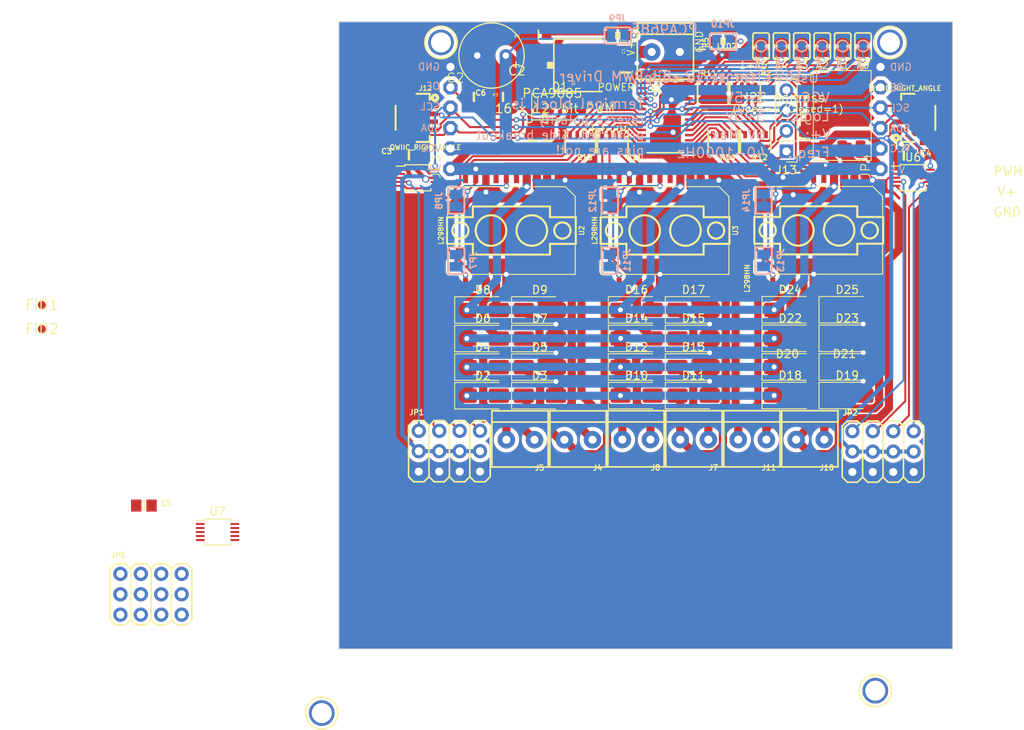
<source format=kicad_pcb>
(kicad_pcb (version 20221018) (generator pcbnew)
  (layers (0 "F.Cu" signal) (31 "B.Cu" signal) (34 "B.Paste" user) (35 "F.Paste" user) (36 "B.SilkS" user "B.Silkscreen") (37 "F.SilkS" user "F.Silkscreen") (38 "B.Mask" user) (39 "F.Mask" user) (44 "Edge.Cuts" user))
  (net 0 "")
  (net 1 "Net-(Q1-D)")
  (net 2 "Net-(D2-A)")
  (net 3 "Net-(D4-A)")
  (net 4 "Net-(D10-A)")
  (net 5 "Net-(D12-A)")
  (net 6 "Net-(D14-A)")
  (net 7 "5.0V")
  (net 8 "GND")
  (net 9 "Net-(D16-A)")
  (net 10 "Net-(D18-A)")
  (net 11 "VCC")
  (net 12 "Net-(D20-A)")
  (net 13 "Net-(D22-A)")
  (net 14 "Net-(D24-A)")
  (net 15 "/SDA")
  (net 16 "/SCL")
  (net 17 "/OE")
  (net 18 "Net-(JP9-Pad1)")
  (net 19 "Net-(LED1-PadC)")
  (net 20 "/A2")
  (net 21 "/A3")
  (net 22 "/A4")
  (net 23 "/A5")
  (net 24 "/A0")
  (net 25 "/A1")
  (net 26 "Net-(LED2-PadC)")
  (net 27 "/PWM7")
  (net 28 "/PWM6")
  (net 29 "/PWM5")
  (net 30 "/PWM4")
  (net 31 "/PWM15")
  (net 32 "/PWM14")
  (net 33 "/PWM13")
  (net 34 "/PWM12")
  (net 35 "/PWM3")
  (net 36 "/PWM2")
  (net 37 "/PWM1")
  (net 38 "/PWM0")
  (net 39 "/PWM11")
  (net 40 "/PWM10")
  (net 41 "/PWM9")
  (net 42 "/PWM8")
  (net 43 "Net-(U2-EnA)")
  (net 44 "Net-(U2-EnB)")
  (net 45 "Net-(U3-EnA)")
  (net 46 "Net-(U3-EnB)")
  (net 47 "Net-(U4-EnA)")
  (net 48 "Net-(U4-EnB)")
  (net 50 "3.3V")
  (net 53 "Net-(D6-A)")
  (net 54 "Net-(D8-A)")
  (net 55 "Net-(JP10-Pad1)")
  (net 56 "/P4")
  (net 57 "/P5")
  (net 58 "/P6")
  (net 59 "/P7")
  (net 60 "/P0")
  (net 61 "/P1")
  (net 62 "/P2")
  (net 63 "/P3")
  (net 64 "/P8")
  (net 65 "/P9")
  (net 66 "/P10")
  (net 67 "/P11")
  (net 68 "Net-(J13-Pin_1)")
  (net 69 "Net-(J13-Pin_2)")
  (net 70 "Net-(J13-Pin_3)")
  (net 71 "Net-(J13-Pin_4)")
  (net 72 "Net-(U5-AIN3)")
  (net 73 "Net-(U5-AIN2)")
  (net 74 "Net-(U5-AIN1)")
  (net 75 "Net-(U5-AIN0)")
  (net 76 "Net-(U6-AIN0)")
  (net 77 "Net-(U6-AIN1)")
  (net 78 "Net-(U6-AIN2)")
  (net 79 "Net-(U6-AIN3)")
  (net 80 "Net-(U7-AIN0)")
  (net 81 "Net-(U7-AIN1)")
  (net 82 "Net-(U7-AIN2)")
  (net 83 "Net-(U7-AIN3)")
  (footprint "Diode_SMD:D_SMA" (layer "F.Cu") (at 125.7713 128.80052)
    (fp_text reference "D8")
    (fp_text value "M7")
  )
  (footprint "Adafruit PCA9685 rev C:0805-NO" (layer "F.Cu") (at 124.66 102.27)
    (fp_text reference "R3")
    (fp_text value "10K")
  )
  (footprint "Diode_SMD:D_SMA" (layer "F.Cu") (at 135.37 103.48)
    (fp_text reference "D1")
    (fp_text value "M7")
  )
  (footprint "Adafruit PCA9685 rev C:1X06-CLEANBIG" (layer "F.Cu") (at 175.26 104.8766 90)
    (fp_text reference "JP4")
    (fp_text value "PINHD-1X6CB")
  )
  (footprint "Adafruit PCA9685 rev C:RESPACK_4X0603" (layer "F.Cu") (at 154.3951 101.79)
    (fp_text reference "R1")
    (fp_text value "10K")
  )
  (footprint "Diode_SMD:D_SMA" (layer "F.Cu") (at 151.99404 135.904)
    (fp_text reference "D13")
    (fp_text value "M7")
  )
  (footprint "Diode_SMD:D_SMA" (layer "F.Cu") (at 125.7713 135.92052)
    (fp_text reference "D4")
    (fp_text value "M7")
  )
  (footprint "Adafruit PCA9685 rev C:3X04" (layer "F.Cu") (at 121.61 146.39)
    (fp_text reference "JP1")
    (fp_text value "~" hide)
  )
  (footprint "Adafruit PCA9685 rev C:TERMBLOCK_1X2-3.5MM" (layer "F.Cu") (at 130.5 144.96 180)
    (fp_text reference "J5")
    (fp_text value "TERMBLOCK_1X2")
  )
  (footprint "Adafruit PCA9685 rev C:SOLDERJUMPER_REFLOW_NOPASTE" (layer "F.Cu") (at 168.02 95.9426 -90)
    (fp_text reference "SJ_A2")
    (fp_text value "SOLDERJUMPERREFLOW_NOPASTE")
  )
  (footprint "Adafruit PCA9685 rev C:0805-NO" (layer "F.Cu") (at 128.28 102.27 180)
    (fp_text reference "C6")
    (fp_text value "10uF")
  )
  (footprint "Silicon-Standard:POWERSO20_L298_PAD" (layer "F.Cu") (at 148.4482 118.89952 -90)
    (fp_text reference "U3")
    (fp_text value "L298HN")
  )
  (footprint "Diode_SMD:D_SMA" (layer "F.Cu") (at 164.025 135.894)
    (fp_text reference "D20")
    (fp_text value "M7")
  )
  (footprint "Diode_SMD:D_SMA" (layer "F.Cu") (at 171.125 132.334)
    (fp_text reference "D23")
    (fp_text value "M7")
  )
  (footprint "Diode_SMD:D_SMA" (layer "F.Cu") (at 164.025 139.454)
    (fp_text reference "D18")
    (fp_text value "M7")
  )
  (footprint "Diode_SMD:D_SMA" (layer "F.Cu") (at 144.89904 128.784)
    (fp_text reference "D16")
    (fp_text value "M7")
  )
  (footprint "Diode_SMD:D_SMA" (layer "F.Cu") (at 132.8613 128.80052)
    (fp_text reference "D9")
    (fp_text value "M7")
  )
  (footprint "Adafruit PCA9685 rev C:SOLDERJUMPER_REFLOW_NOPASTE" (layer "F.Cu") (at 170.56 95.9426 -90)
    (fp_text reference "SJ_A1")
    (fp_text value "SOLDERJUMPERREFLOW_NOPASTE")
  )
  (footprint "Adafruit PCA9685 rev C:FIDUCIAL_1MM" (layer "F.Cu") (at 70.8784 128.1684)
    (fp_text reference "FID1")
    (fp_text value "FIDUCIAL\"\"")
  )
  (footprint "Adafruit PCA9685 rev C:TSSOP28" (layer "F.Cu") (at 148.5011 104.7496 -90)
    (fp_text reference "U1")
    (fp_text value "PCA9685")
  )
  (footprint "Adafruit PCA9685 rev C:MOUNTINGHOLE_2.5_PLATED" (layer "F.Cu") (at 174.62 176.22)
    (fp_text reference "U$50" hide)
    (fp_text value "MOUNTINGHOLE2.5" hide)
  )
  (footprint "Diode_SMD:D_SMA" (layer "F.Cu") (at 132.8613 139.48052)
    (fp_text reference "D3")
    (fp_text value "M7")
  )
  (footprint "Adafruit PCA9685 rev C:TO252" (layer "F.Cu") (at 136.77 98.32 -90)
    (fp_text reference "Q1")
    (fp_text value "AOD417")
  )
  (footprint "Adafruit PCA9685 rev C:SOLDERJUMPER_REFLOW_NOPASTE" (layer "F.Cu") (at 160.4 95.9426 -90)
    (fp_text reference "SJ_A5")
    (fp_text value "SOLDERJUMPERREFLOW_NOPASTE")
  )
  (footprint "Adafruit PCA9685 rev C:E3,5-8" (layer "F.Cu") (at 126.85 97.11 180)
    (fp_text reference "C2")
    (fp_text value "1000uF")
  )
  (footprint "Diode_SMD:D_SMA" (layer "F.Cu") (at 171.125 139.454)
    (fp_text reference "D19")
    (fp_text value "M7")
  )
  (footprint "Adafruit PCA9685 rev C:TERMBLOCK_1X2-3.5MM" (layer "F.Cu") (at 166.57 144.944 180)
    (fp_text reference "J10")
    (fp_text value "TERMBLOCK_1X2")
  )
  (footprint "Diode_SMD:D_SMA" (layer "F.Cu") (at 144.89904 132.344)
    (fp_text reference "D14")
    (fp_text value "M7")
  )
  (footprint "Adafruit PCA9685 rev C:0805-NO" (layer "F.Cu") (at 165.89 107.5 90)
    (fp_text reference "C8")
    (fp_text value "1.0uF")
  )
  (footprint "Adafruit PCA9685 rev C:MOUNTINGHOLE_2.5_PLATED" (layer "F.Cu") (at 105.72 179.01)
    (fp_text reference "U$48" hide)
    (fp_text value "MOUNTINGHOLE2.5" hide)
  )
  (footprint "Adafruit PCA9685 rev C:0805-NO" (layer "F.Cu") (at 83.58 153.16)
    (fp_text reference "C5")
    (fp_text value "1.0uF")
  )
  (footprint "Adafruit PCA9685 rev C:0805-NO" (layer "F.Cu") (at 178.17 109.56)
    (fp_text reference "C4")
    (fp_text value "1.0uF")
  )
  (footprint "Diode_SMD:D_SMA" (layer "F.Cu") (at 144.90404 139.464)
    (fp_text reference "D10")
    (fp_text value "M7")
  )
  (footprint "Adafruit PCA9685 rev C:RESPACK_4X0603" (layer "F.Cu") (at 137.92 107.81 180)
    (fp_text reference "R13")
    (fp_text value "220")
  )
  (footprint "Adafruit PCA9685 rev C:RESPACK_4X0603" (layer "F.Cu") (at 155.71 107.81 180)
    (fp_text reference "R14")
    (fp_text value "220")
  )
  (footprint "Adafruit PCA9685 rev C:RESPACK_4X0603" (layer "F.Cu") (at 141.94 107.81 180)
    (fp_text reference "R11")
    (fp_text value "220")
  )
  (footprint "Adafruit PCA9685 rev C:0805-NO" (layer "F.Cu") (at 143.54 99.23 90)
    (fp_text reference "C1")
    (fp_text value "10uF")
  )
  (footprint "Adafruit PCA9685 rev C:_0805MP" (layer "F.Cu") (at 152.95 96.34 -90)
    (fp_text reference "R5")
    (fp_text value "470")
  )
  (footprint "Package_SO:TSSOP-10_3x3mm_P0.5mm" (layer "F.Cu") (at 92.745 156.455)
    (fp_text reference "U7")
    (fp_text value "ADS1115IDGS")
  )
  (footprint "Adafruit PCA9685 rev C:SOLDERJUMPER_REFLOW_NOPASTE" (layer "F.Cu") (at 165.48 95.9426 -90)
    (fp_text reference "SJ_A3")
    (fp_text value "SOLDERJUMPERREFLOW_NOPASTE")
  )
  (footprint "Connectors:1X04_1MM_RA_STRESSRELIEF" (layer "F.Cu") (at 119.51 104.87 -90)
    (fp_text reference "J12")
    (fp_text value "QWIIC_RIGHT_ANGLE")
  )
  (footprint "Adafruit PCA9685 rev C:0805-NO" (layer "F.Cu") (at 116.57 109.55 180)
    (fp_text reference "C3")
    (fp_text value "1.0uF")
  )
  (footprint "Diode_SMD:D_SMA" (layer "F.Cu") (at 151.99404 139.464)
    (fp_text reference "D11")
    (fp_text value "M7")
  )
  (footprint "Adafruit PCA9685 rev C:RESPACK_4X0603" (layer "F.Cu") (at 158.41 101.7874)
    (fp_text reference "R2")
    (fp_text value "10K")
  )
  (footprint "Adafruit PCA9685 rev C:3X04" (layer "F.Cu") (at 175.58 146.44)
    (fp_text reference "JP2")
    (fp_text value "~" hide)
  )
  (footprint "Diode_SMD:D_SMA" (layer "F.Cu") (at 171.125 135.894)
    (fp_text reference "D21")
    (fp_text value "M7")
  )
  (footprint "Silicon-Standard:POWERSO20_L298_PAD" (layer "F.Cu") (at 167.575 118.881 -90)
    (fp_text reference "U4" hide)
    (fp_text value "L298HN")
  )
  (footprint "Adafruit PCA9685 rev C:CHIPLED_0805_NOOUTLINE" (layer "F.Cu") (at 155.67 95.33 90)
    (fp_text reference "LED2")
    (fp_text value "RED")
  )
  (footprint "Diode_SMD:D_SMA" (layer "F.Cu") (at 151.99404 132.344)
    (fp_text reference "D15")
    (fp_text value "M7")
  )
  (footprint "PCM_Package_TO_SOT_SMD_AKL:TO-252-3_TabPin2" (layer "F.Cu") (at 170.5 104.57 90)
    (fp_text reference "U8" hide)
    (fp_text value "L7805" hide)
  )
  (footprint "Connectors:1X04_1MM_RA_STRESSRELIEF" (layer "F.Cu") (at 177.49 104.87 90)
    (fp_text reference "J2")
    (fp_text value "QWIIC_RIGHT_ANGLE")
  )
  (footprint "Adafruit PCA9685 rev C:CHIPLED_0805_NOOUTLINE" (layer "F.Cu") (at 142.5714 94.6141 90)
    (fp_text reference "LED1")
    (fp_text value "GREEN")
  )
  (footprint "Adafruit PCA9685 rev C:0805-NO" (layer "F.Cu") (at 131.87 107.71 90)
    (fp_text reference "C7")
    (fp_text value "10uF")
  )
  (footprint "Adafruit PCA9685 rev C:1X06-CLEANBIG" (layer "F.Cu") (at 121.74 104.8766 90)
    (fp_text reference "JP3")
    (fp_text value "PINHD-1X6CB")
  )
  (footprint "Adafruit PCA9685 rev C:SOLDERJUMPER_REFLOW_NOPASTE" (layer "F.Cu") (at 173.1 95.9426 -90)
    (fp_text reference "SJ_A0")
    (fp_text value "SOLDERJUMPERREFLOW_NOPASTE")
  )
  (footprint "Diode_SMD:D_SMA" (layer "F.Cu") (at 164.03 132.334)
    (fp_text reference "D22")
    (fp_text value "M7")
  )
  (footprint "Adafruit PCA9685 rev C:SOLDERJUMPER_REFLOW_NOPASTE" (layer "F.Cu") (at 162.94 95.9426 -90)
    (fp_text reference "SJ_A4")
    (fp_text value "SOLDERJUMPERREFLOW_NOPASTE")
  )
  (footprint "Diode_SMD:D_SMA" (layer "F.Cu") (at 125.7713 139.48052)
    (fp_text reference "D2")
    (fp_text value "M7")
  )
  (footprint "Adafruit PCA9685 rev C:_0805MP" (layer "F.Cu") (at 132.69 94.47 180)
    (fp_text reference "R4")
    (fp_text value "1k")
  )
  (footprint "Diode_SMD:D_SMA" (layer "F.Cu") (at 171.125 128.774)
    (fp_text reference "D25")
    (fp_text value "M7")
  )
  (footprint "Diode_SMD:D_SMA" (layer "F.Cu") (at 132.8613 135.92052)
    (fp_text reference "D5")
    (fp_text value "M7")
  )
  (footprint "Adafruit PCA9685 rev C:3X04" (layer "F.Cu") (at 84.47 164.21)
    (fp_text reference "JP5")
    (fp_text value "~")
  )
  (footprint "Diode_SMD:D_SMA" (layer "F.Cu") (at 151.99404 128.784)
    (fp_text reference "D17")
    (fp_text value "M7")
  )
  (footprint "Diode_SMD:D_SMA" (layer "F.Cu") (at 125.7713 132.36052)
    (fp_text reference "D6")
    (fp_text value "M7")
  )
  (footprint "Diode_SMD:D_SMA" (layer "F.Cu") (at 132.8613 132.36052)
    (fp_text reference "D7")
    (fp_text value "M7")
  )
  (footprint "Adafruit PCA9685 rev C:TERMBLOCK_1X2-3.5MM" (layer "F.Cu") (at 144.93404 144.944 180)
    (fp_text reference "J8")
    (fp_text value "TERMBLOCK_1X2")
  )
  (footprint "Silicon-Standard:POWERSO20_L298_PAD" (layer "F.Cu") (at 129.324602 118.903864 -90)
    (fp_text reference "U2")
    (fp_text value "L298HN")
  )
  (footprint "Adafruit PCA9685 rev C:MOUNTINGHOLE_2.5_PLATED" (layer "F.Cu") (at 120.5611 95.4786)
    (fp_text reference "U$47" hide)
    (fp_text value "MOUNTINGHOLE2.5" hide)
  )
  (footprint "Adafruit PCA9685 rev C:TERMBLOCK_1X2-3.5MM" (layer "F.Cu") (at 137.72 144.96 180)
    (fp_text reference "J4")
    (fp_text value "TERMBLOCK_1X2")
  )
  (footprint "Diode_SMD:D_SMA" (layer "F.Cu") (at 164.03 128.774)
    (fp_text reference "D24")
    (fp_text value "M7")
  )
  (footprint "Adafruit PCA9685 rev C:MOUNTINGHOLE_2.5_PLATED" (layer "F.Cu") (at 176.4411 95.4786)
    (fp_text reference "U$49" hide)
    (fp_text value "MOUNTINGHOLE2.5" hide)
  )
  (footprint "Package_SO:TSSOP-10_3x3mm_P0.5mm" (layer "F.Cu") (at 117.67 112.34)
    (fp_text reference "U5" hide)
    (fp_text value "ADS1115IDGS")
  )
  (footprint "Adafruit PCA9685 rev C:TERMBLOCK_1X2-3.5MM" (layer "F.Cu") (at 152.14404 144.944 180)
    (fp_text reference "J7")
    (fp_text value "TERMBLOCK_1X2")
  )
  (footprint "Diode_SMD:D_SMA" (layer "F.Cu") (at 144.89404 135.904)
    (fp_text reference "D12")
    (fp_text value "M7")
  )
  (footprint "Adafruit PCA9685 rev C:0805-NO" (layer "F.Cu") (at 133.79 107.71 90)
    (fp_text reference "C9")
    (fp_text value "1.0uF")
  )
  (footprint "Adafruit PCA9685 rev C:RESPACK_4X0603" (layer "F.Cu") (at 159.72 107.81 180)
    (fp_text reference "R12")
    (fp_text value "220")
  )
  (footprint "Adafruit PCA9685 rev C:TERMBLOCK_1X2-3.5MM" (layer "F.Cu") (at 148.59 96.66 180)
    (fp_text reference "J1")
    (fp_text value "TERMBLOCK_1X2" hide)
  )
  (footprint "Package_SO:TSSOP-10_3x3mm_P0.5mm" (layer "F.Cu") (at 179.32 112.33)
    (fp_text reference "U6")
    (fp_text value "ADS1115IDGS")
  )
  (footprint "Adafruit PCA9685 rev C:FIDUCIAL_1MM" (layer "F.Cu") (at 70.8784 131.1684)
    (fp_text reference "FID2")
    (fp_text value "FIDUCIAL\"\"")
  )
  (footprint "Adafruit PCA9685 rev C:TERMBLOCK_1X2-3.5MM" (layer "F.Cu") (at 159.36 144.944 180)
    (fp_text reference "J11")
    (fp_text value "TERMBLOCK_1X2")
  )
  (footprint "Connector_PinHeader_2.54mm:PinHeader_1x04_P2.54mm_Vertical" (layer "F.Cu") (at 163.55 109.04 180)
    (fp_text reference "J13")
    (fp_text value "Conn_01x04")
  )
  (footprint "Adafruit PCA9685 rev C:TESTPOINT_ROUND_1MM" (layer "B.Cu") (at 168.02 95.9106 -90)
    (fp_text reference "TP4")
    (fp_text value "TESTPOINTROUND1MM")
  )
  (footprint "OLIMEX_Jumpers-FP:SJ_Closed" (layer "B.Cu") (at 160.704 115.138 -90)
    (fp_text reference "JP14")
    (fp_text value "JUMPER-SMT_2_NC_TRACE_SILK")
  )
  (footprint "Adafruit PCA9685 rev C:TESTPOINT_ROUND_1MM" (layer "B.Cu") (at 173.1 95.9106 -90)
    (fp_text reference "TP6")
    (fp_text value "TESTPOINTROUND1MM")
  )
  (footprint "OLIMEX_Jumpers-FP:SJ_Closed" (layer "B.Cu") (at 122.454602 122.653864 90)
    (fp_text reference "JP7")
    (fp_text value "JUMPER-SMT_2_NC_TRACE_SILK")
  )
  (footprint "OLIMEX_Jumpers-FP:SJ_Closed" (layer "B.Cu") (at 155.67 95.33 180)
    (fp_text reference "JP10")
    (fp_text value "JUMPER-SMT_2_NC_TRACE_SILK")
  )
  (footprint "Adafruit PCA9685 rev C:TESTPOINT_ROUND_1MM" (layer "B.Cu") (at 165.48 95.9106 -90)
    (fp_text reference "TP3")
    (fp_text value "TESTPOINTROUND1MM")
  )
  (footprint "Adafruit PCA9685 rev C:TESTPOINT_ROUND_1MM" (layer "B.Cu") (at 162.94 95.9106 -90)
    (fp_text reference "TP2")
    (fp_text value "TESTPOINTROUND1MM")
  )
  (footprint "OLIMEX_Jumpers-FP:SJ_Closed" (layer "B.Cu") (at 141.5782 115.15752 -90)
    (fp_text reference "JP12")
    (fp_text value "JUMPER-SMT_2_NC_TRACE_SILK")
  )
  (footprint "OLIMEX_Jumpers-FP:SJ_Closed" (layer "B.Cu") (at 160.714 122.628 90)
    (fp_text reference "JP13")
    (fp_text value "JUMPER-SMT_2_NC_TRACE_SILK")
  )
  (footprint "Adafruit PCA9685 rev C:TESTPOINT_ROUND_1MM" (layer "B.Cu") (at 170.56 95.9106 -90)
    (fp_text reference "TP5")
    (fp_text value "TESTPOINTROUND1MM")
  )
  (footprint "OLIMEX_Jumpers-FP:SJ_Closed" (layer "B.Cu") (at 141.5782 122.63952 90)
    (fp_text reference "JP11")
    (fp_text value "JUMPER-SMT_2_NC_TRACE_SILK")
  )
  (footprint "Adafruit PCA9685 rev C:TESTPOINT_ROUND_1MM" (layer "B.Cu") (at 160.4 95.9106 -90)
    (fp_text reference "TP1")
    (fp_text value "TESTPOINTROUND1MM")
  )
  (footprint "OLIMEX_Jumpers-FP:SJ_Closed" (layer "B.Cu") (at 122.454602 115.161864 -90)
    (fp_text reference "JP8")
    (fp_text value "JUMPER-SMT_2_NC_TRACE_SILK")
  )
  (footprint "OLIMEX_Jumpers-FP:SJ_Closed" (layer "B.Cu") (at 142.57 94.62 180)
    (fp_text reference "JP9")
    (fp_text value "JUMPER-SMT_2_NC_TRACE_SILK")
  )
  (gr_rect (start 107.845 92.9) (end 184.235 171.03) (stroke (width 0.1)) (fill none) (layer "Edge.Cuts"))
  (gr_text "SDA" (at 120.65 106.6546) (layer "B.SilkS") (effects (font (size 0.89408 0.89408) (thickness 0.12192)) (justify left bottom mirror)))
  (gr_text "GND" (at 120.513 99.0346) (layer "B.SilkS") (effects (font (size 0.89408 0.89408) (thickness 0.12192)) (justify left bottom mirror)))
  (gr_text "V+:" (at 169.2021 107.6706) (layer "B.SilkS") (effects (font (size 1.251712 1.251712) (thickness 0.170688)) (justify left bottom mirror)))
  (gr_text "SCL" (at 120.513 103.9876) (layer "B.SilkS") (effects (font (size 0.89408 0.89408) (thickness 0.12192)) (justify left bottom mirror)))
  (gr_text "VCC" (at 120.65 109.1946) (layer "B.SilkS") (effects (font (size 0.89408 0.89408) (thickness 0.12192)) (justify left bottom mirror)))
  (gr_text "pins are not!" (at 145.9611 109.5756) (layer "B.SilkS") (effects (font (size 1.1176 1.1176) (thickness 0.1524)) (justify left bottom mirror)))
  (gr_text "SDA" (at 176.35 105.64) (layer "B.SilkS") (effects (font (size 0.89408 0.89408) (thickness 0.12192)) (justify right top mirror)))
  (gr_text "3-5V" (at 161.0741 105.3846) (layer "B.SilkS") (effects (font (size 1.251712 1.251712) (thickness 0.170688)) (justify left bottom mirror)))
  (gr_text "protected. Side breakout" (at 145.9611 107.6706) (layer "B.SilkS") (effects (font (size 1.1176 1.1176) (thickness 0.1524)) (justify left bottom mirror)))
  (gr_text "Logic:" (at 169.0751 105.3846) (layer "B.SilkS") (effects (font (size 1.251712 1.251712) (thickness 0.170688)) (justify left bottom mirror)))
  (gr_text "OE" (at 176.35 100.56) (layer "B.SilkS") (effects (font (size 0.89408 0.89408) (thickness 0.12192)) (justify right top mirror)))
  (gr_text "6V Max" (at 161.0741 107.6706) (layer "B.SilkS") (effects (font (size 1.251712 1.251712) (thickness 0.170688)) (justify left bottom mirror)))
  (gr_text "V+" (at 176.35 110.847) (layer "B.SilkS") (effects (font (size 0.89408 0.89408) (thickness 0.12192)) (justify right top mirror)))
  (gr_text "V+" (at 120.65 111.7346) (layer "B.SilkS") (effects (font (size 0.89408 0.89408) (thickness 0.12192)) (justify left bottom mirror)))
  (gr_text "3-5V" (at 161.0741 103.0986) (layer "B.SilkS") (effects (font (size 1.251712 1.251712) (thickness 0.170688)) (justify left bottom mirror)))
  (gr_text "16-Channel 12-Bit PWM Driver" (at 150.494 99.7206) (layer "B.SilkS") (effects (font (size 1.251712 1.251712) (thickness 0.170688)) (justify mirror)))
  (gr_text "VCC" (at 176.35 108.18) (layer "B.SilkS") (effects (font (size 0.89408 0.89408) (thickness 0.12192)) (justify right top mirror)))
  (gr_text "SCL" (at 176.35 103.1) (layer "B.SilkS") (effects (font (size 0.89408 0.89408) (thickness 0.12192)) (justify right top mirror)))
  (gr_text "Use V+ for servo supply" (at 167.7091 100.6076) (layer "B.SilkS") (effects (font (size 1.251712 1.251712) (thickness 0.170688)) (justify left bottom mirror)))
  (gr_text "OE" (at 120.513 101.4476) (layer "B.SilkS") (effects (font (size 0.89408 0.89408) (thickness 0.12192)) (justify left bottom mirror)))
  (gr_text "reverse polarity" (at 145.9611 105.7656) (layer "B.SilkS") (effects (font (size 1.1176 1.1176) (thickness 0.1524)) (justify left bottom mirror)))
  (gr_text "Terminal block is" (at 145.9611 103.8606) (layer "B.SilkS") (effects (font (size 1.251712 1.251712) (thickness 0.170688)) (justify left bottom mirror)))
  (gr_text "VCC:" (at 169.0751 103.0986) (layer "B.SilkS") (effects (font (size 1.251712 1.251712) (thickness 0.170688)) (justify left bottom mirror)))
  (gr_text "Freq.:" (at 169.0751 109.9566) (layer "B.SilkS") (effects (font (size 1.251712 1.251712) (thickness 0.170688)) (justify left bottom mirror)))
  (gr_text "GND" (at 176.36 98.02) (layer "B.SilkS") (effects (font (size 0.89408 0.89408) (thickness 0.12192)) (justify right top mirror)))
  (gr_text "PCA9685" (at 148.3741 93.8276) (layer "B.SilkS") (effects (font (size 1.251712 1.251712) (thickness 0.170688)) (justify mirror)))
  (gr_text "40-1000Hz" (at 161.0741 109.9566) (layer "B.SilkS") (effects (font (size 1.251712 1.251712) (thickness 0.170688)) (justify left bottom mirror)))
  (gr_text "A5" (at 159.511 98.8316) (layer "F.SilkS") (effects (font (size 0.89408 0.89408) (thickness 0.12192)) (justify left bottom)))
  (gr_text "V+" (at 189.74 114.72) (layer "F.SilkS") (effects (font (size 1.1176 1.1176) (thickness 0.1524)) (justify left bottom)))
  (gr_text "A4" (at 162.051 98.8316) (layer "F.SilkS") (effects (font (size 0.89408 0.89408) (thickness 0.12192)) (justify left bottom)))
  (gr_text "1+" (at 157.606 98.8316) (layer "F.SilkS") (effects (font (size 0.89408 0.89408) (thickness 0.12192)) (justify left bottom)))
  (gr_text "A1" (at 169.671 98.8316) (layer "F.SilkS") (effects (font (size 0.89408 0.89408) (thickness 0.12192)) (justify left bottom)))
  (gr_text "PCA9685" (at 130.5941 102.4636) (layer "F.SilkS") (effects (font (size 1.1176 1.1176) (thickness 0.1524)) (justify left bottom)))
  (gr_text "A0" (at 172.211 98.8316) (layer "F.SilkS") (effects (font (size 0.89408 0.89408) (thickness 0.12192)) (justify left bottom)))
  (gr_text "I2C Address" (at 158.2801 103.0036) (layer "F.SilkS") (effects (font (size 1.1176 1.1176) (thickness 0.1524)) (justify left bottom)))
  (gr_text "adafruit!" (at 137.9601 106.9086) (layer "F.SilkS") (effects (font (size 0.89408 0.89408) (thickness 0.12192)) (justify left bottom)))
  (gr_text "V+" (at 144.7251 97.2166 90) (layer "F.SilkS") (effects (font (size 0.89408 0.89408) (thickness 0.12192)) (justify left bottom)))
  (gr_text "(Open=0/Closed=1)" (at 156.7561 104.2736) (layer "F.SilkS") (effects (font (size 0.89408 0.89408) (thickness 0.12192)) (justify left bottom)))
  (gr_text "A3" (at 164.591 98.8316) (layer "F.SilkS") (effects (font (size 0.89408 0.89408) (thickness 0.12192)) (justify left bottom)))
  (gr_text "POWER" (at 139.9921 101.5746) (layer "F.SilkS") (effects (font (size 0.89408 0.89408) (thickness 0.12192)) (justify left bottom)))
  (gr_text "GND" (at 153.2441 96.8438 90) (layer "F.SilkS") (effects (font (size 0.89408 0.89408) (thickness 0.12192)) (justify left bottom)))
  (gr_text "PWM" (at 189.232 112.18) (layer "F.SilkS") (effects (font (size 1.1176 1.1176) (thickness 0.1524)) (justify left bottom)))
  (gr_text "A2" (at 167.131 98.8316) (layer "F.SilkS") (effects (font (size 0.89408 0.89408) (thickness 0.12192)) (justify left bottom)))
  (gr_text "C2" (at 128.8161 99.6696) (layer "F.SilkS") (effects (font (size 1.1176 1.1176) (thickness 0.1524)) (justify left bottom)))
  (gr_text "16 x 12-bit PWM" (at 127.1651 104.3686) (layer "F.SilkS") (effects (font (size 1.1176 1.1176) (thickness 0.1524)) (justify left bottom)))
  (gr_text "GND" (at 189.232 117.26) (layer "F.SilkS") (effects (font (size 1.1176 1.1176) (thickness 0.1524)) (justify left bottom)))
  (segment (start 146.79 96.66) (end 140.93 96.66) (width 1.524) (layer "F.Cu") (net 1))
  (segment (start 140.93 96.66) (end 139.27 98.32) (width 1.524) (layer "F.Cu") (net 1))
  (segment (start 133.769602 112.172864) (end 133.769602 112.718822) (width 0.508) (layer "F.Cu") (net 2))
  (segment (start 134.960474 113.976264) (end 134.687044 113.976264) (width 1.016) (layer "F.Cu") (net 2))
  (segment (start 135.92 144.96) (end 135.34657 144.96) (width 1.016) (layer "F.Cu") (net 2))
  (segment (start 139.268702 121.329965) (end 139.268702 116.477763) (width 1.016) (layer "F.Cu") (net 2))
  (segment (start 127.7713 139.48052) (end 130.8613 139.48052) (width 1.016) (layer "F.Cu") (net 2))
  (segment (start 141.2234 142.54081) (end 138.0505 139.36791) (width 1.016) (layer "F.Cu") (net 2))
  (segment (start 140.166993 146.7634) (end 141.2234 145.706993) (width 1.016) (layer "F.Cu") (net 2))
  (segment (start 138.100703 115.309764) (end 136.293974 115.309764) (width 1.016) (layer "F.Cu") (net 2))
  (segment (start 131.2313 140.47) (end 131.2313 139.85052) (width 1.016) (layer "F.Cu") (net 2))
  (segment (start 134.687044 113.976264) (end 133.769602 113.058822) (width 1.016) (layer "F.Cu") (net 2))
  (segment (start 141.2234 145.706993) (end 141.2234 142.54081) (width 1.016) (layer "F.Cu") (net 2))
  (segment (start 138.0505 139.36791) (end 138.0505 122.548167) (width 1.016) (layer "F.Cu") (net 2))
  (segment (start 139.268702 116.477763) (end 138.100703 115.309764) (width 1.016) (layer "F.Cu") (net 2))
  (segment (start 131.2313 139.85052) (end 130.8613 139.48052) (width 1.016) (layer "F.Cu") (net 2))
  (segment (start 131.2313 140.84473) (end 131.2313 140.47) (width 1.016) (layer "F.Cu") (net 2))
  (segment (start 133.769602 113.058822) (end 133.769602 112.172864) (width 1.016) (layer "F.Cu") (net 2))
  (segment (start 135.34657 144.96) (end 131.2313 140.84473) (width 1.016) (layer "F.Cu") (net 2))
  (segment (start 137.7234 146.7634) (end 140.166993 146.7634) (width 1.016) (layer "F.Cu") (net 2))
  (segment (start 135.92 144.96) (end 137.7234 146.7634) (width 1.016) (layer "F.Cu") (net 2))
  (segment (start 138.0505 122.548167) (end 139.268702 121.329965) (width 1.016) (layer "F.Cu") (net 2))
  (segment (start 136.293974 115.309764) (end 134.960474 113.976264) (width 1.016) (layer "F.Cu") (net 2))
  (segment (start 136.2513 141.10052) (end 136.8313 140.52052) (width 1.016) (layer "F.Cu") (net 3))
  (segment (start 137.04 142.58) (end 139.42 144.96) (width 1.016) (layer "F.Cu") (net 3))
  (segment (start 138.049502 116.982773) (end 138.049502 120.824955) (width 1.016) (layer "F.Cu") (net 3))
  (segment (start 137.595693 116.528964) (end 138.049502 116.982773) (width 1.016) (layer "F.Cu") (net 3))
  (segment (start 138.049502 120.824955) (end 136.8313 122.043157) (width 1.016) (layer "F.Cu") (net 3))
  (segment (start 135.788964 116.528964) (end 137.595693 116.528964) (width 1.016) (layer "F.Cu") (net 3))
  (segment (start 136.8313 141.68052) (end 136.2513 141.10052) (width 1.016) (layer "F.Cu") (net 3))
  (segment (start 135.12 141.10052) (end 136.2513 141.10052) (width 1.016) (layer "F.Cu") (net 3))
  (segment (start 136.8313 139.82) (end 136.8313 142.3713) (width 1.016) (layer "F.Cu") (net 3))
  (segment (start 135.56052 141.10052) (end 137.04 142.58) (width 1.016) (layer "F.Cu") (net 3))
  (segment (start 132.9001 137.95932) (end 130.8613 135.92052) (width 1.016) (layer "F.Cu") (net 3))
  (segment (start 133.2113 141.10052) (end 135.12 141.10052) (width 1.016) (layer "F.Cu") (net 3))
  (segment (start 132.499602 113.513032) (end 134.182034 115.195464) (width 1.016) (layer "F.Cu") (net 3))
  (segment (start 132.499602 112.172864) (end 132.499602 113.513032) (width 1.016) (layer "F.Cu") (net 3))
  (segment (start 134.182034 115.195464) (end 134.455464 115.195464) (width 1.016) (layer "F.Cu") (net 3))
  (segment (start 132.9001 140.78932) (end 132.9001 137.95932) (width 1.016) (layer "F.Cu") (net 3))
  (segment (start 136.8313 142.3713) (end 136.8313 141.68052) (width 1.016) (layer "F.Cu") (net 3))
  (segment (start 136.8313 139.82) (end 136.8313 140.52052) (width 1.016) (layer "F.Cu") (net 3))
  (segment (start 136.8313 142.3713) (end 137.04 142.58) (width 1.016) (layer "F.Cu") (net 3))
  (segment (start 136.8313 122.043157) (end 136.8313 139.82) (width 1.016) (layer "F.Cu") (net 3))
  (segment (start 135.12 141.10052) (end 135.56052 141.10052) (width 1.016) (layer "F.Cu") (net 3))
  (segment (start 134.455464 115.195464) (end 135.788964 116.528964) (width 1.016) (layer "F.Cu") (net 3))
  (segment (start 130.8613 135.92052) (end 127.7713 135.92052) (width 1.016) (layer "F.Cu") (net 3))
  (segment (start 132.499602 112.172864) (end 132.499602 112.696052) (width 0.508) (layer "F.Cu") (net 3))
  (segment (start 132.9001 140.78932) (end 133.2113 141.10052) (width 1.016) (layer "F.Cu") (net 3))
  (segment (start 152.14744 146.7474) (end 150.34404 144.944) (width 1.016) (layer "F.Cu") (net 4))
  (segment (start 152.8932 112.16852) (end 152.8932 113.05316) (width 1.016) (layer "F.Cu") (net 4))
  (segment (start 157.22824 140.97553) (end 155.64744 142.55633) (width 1.016) (layer "F.Cu") (net 4))
  (segment (start 155.64744 142.55633) (end 155.64744 145.690993) (width 1.016) (layer "F.Cu") (net 4))
  (segment (start 154.591033 146.7474) (end 152.14744 146.7474) (width 1.016) (layer "F.Cu") (net 4))
  (segment (start 155.64744 145.690993) (end 154.591033 146.7474) (width 1.016) (layer "F.Cu") (net 4))
  (segment (start 158.3923 116.473419) (end 158.3923 121.325621) (width 1.016) (layer "F.Cu") (net 4))
  (segment (start 155.50963 115.30542) (end 157.224301 115.30542) (width 1.016) (layer "F.Cu") (net 4))
  (segment (start 158.3869 116.468019) (end 158.3869 116.473419) (width 1.016) (layer "F.Cu") (net 4))
  (segment (start 153.81196 113.97192) (end 154.176129 113.97192) (width 1.016) (layer "F.Cu") (net 4))
  (segment (start 157.22824 122.489681) (end 157.22824 140.97553) (width 1.016) (layer "F.Cu") (net 4))
  (segment (start 157.224301 115.30542) (end 158.3869 116.468019) (width 1.016) (layer "F.Cu") (net 4))
  (segment (start 150.34404 139.814) (end 149.99404 139.464) (width 1.016) (layer "F.Cu") (net 4))
  (segment (start 152.8932 112.16852) (end 152.8932 112.70316) (width 0.508) (layer "F.Cu") (net 4))
  (segment (start 158.3923 121.325621) (end 157.22824 122.489681) (width 1.016) (layer "F.Cu") (net 4))
  (segment (start 154.176129 113.97192) (end 155.50963 115.30542) (width 1.016) (layer "F.Cu") (net 4))
  (segment (start 152.8932 113.05316) (end 153.54526 113.70522) (width 1.016) (layer "F.Cu") (net 4))
  (segment (start 150.34404 144.944) (end 150.34404 139.814) (width 1.016) (layer "F.Cu") (net 4))
  (segment (start 149.99404 139.464) (end 146.90404 139.464) (width 1.016) (layer "F.Cu") (net 4))
  (segment (start 152.8932 113.05316) (end 153.81196 113.97192) (width 1.016) (layer "F.Cu") (net 4))
  (segment (start 152.28372 141.0752) (end 154.42904 141.0752) (width 1.016) (layer "F.Cu") (net 5))
  (segment (start 146.89404 135.904) (end 149.99404 135.904) (width 1.016) (layer "F.Cu") (net 5))
  (segment (start 151.6232 112.69316) (end 151.6232 112.16852) (width 0.508) (layer "F.Cu") (net 5))
  (segment (start 153.04904 141.84052) (end 153.66372 141.84052) (width 1.016) (layer "F.Cu") (net 5))
  (segment (start 154.42904 141.0752) (end 155.40436 141.0752) (width 1.016) (layer "F.Cu") (net 5))
  (segment (start 153.04904 141.84052) (end 153.84404 142.63552) (width 1.016) (layer "F.Cu") (net 5))
  (segment (start 149.99404 135.904) (end 151.95524 137.8652) (width 1.016) (layer "F.Cu") (net 5))
  (segment (start 153.67112 115.19112) (end 155.00462 116.52462) (width 1.016) (layer "F.Cu") (net 5))
  (segment (start 157.1731 116.978429) (end 157.1731 120.820611) (width 1.016) (layer "F.Cu") (net 5))
  (segment (start 153.84404 142.63552) (end 153.84404 144.944) (width 1.016) (layer "F.Cu") (net 5))
  (segment (start 151.95524 140.74672) (end 152.28372 141.0752) (width 1.016) (layer "F.Cu") (net 5))
  (segment (start 151.95524 140.74672) (end 153.04904 141.84052) (width 1.016) (layer "F.Cu") (net 5))
  (segment (start 153.66372 141.84052) (end 154.42904 141.0752) (width 1.016) (layer "F.Cu") (net 5))
  (segment (start 156.719291 116.52462) (end 157.1731 116.978429) (width 1.016) (layer "F.Cu") (net 5))
  (segment (start 153.30695 115.19112) (end 153.67112 115.19112) (width 1.016) (layer "F.Cu") (net 5))
  (segment (start 155.40436 141.0752) (end 155.52404 140.95552) (width 1.016) (layer "F.Cu") (net 5))
  (segment (start 151.6232 113.50737) (end 153.30695 115.19112) (width 1.016) (layer "F.Cu") (net 5))
  (segment (start 151.6232 112.16852) (end 151.6232 113.50737) (width 1.016) (layer "F.Cu") (net 5))
  (segment (start 156.00904 121.984671) (end 156.00904 140.47052) (width 1.016) (layer "F.Cu") (net 5))
  (segment (start 156.00904 140.47052) (end 153.84404 142.63552) (width 1.016) (layer "F.Cu") (net 5))
  (segment (start 155.00462 116.52462) (end 156.719291 116.52462) (width 1.016) (layer "F.Cu") (net 5))
  (segment (start 157.1731 120.820611) (end 156.00904 121.984671) (width 1.016) (layer "F.Cu") (net 5))
  (segment (start 151.95524 137.8652) (end 151.95524 140.74672) (width 1.016) (layer "F.Cu") (net 5))
  (segment (start 144.93784 128.054) (end 144.93784 130.3828) (width 1.016) (layer "F.Cu") (net 6))
  (segment (start 145.2732 126.92592) (end 144.93784 127.26128) (width 1.016) (layer "F.Cu") (net 6))
  (segment (start 144.93784 128.054) (end 144.93784 127.813458) (width 1.016) (layer "F.Cu") (net 6))
  (segment (start 141.506478 127.16722) (end 140.93284 127.740858) (width 1.016) (layer "F.Cu") (net 6))
  (segment (start 146.89904 132.344) (end 149.99404 132.344) (width 1.016) (layer "F.Cu") (net 6))
  (segment (start 146.89904 132.344) (end 145.62154 131.0665) (width 1.016) (layer "F.Cu") (net 6))
  (segment (start 144.93784 130.3828) (end 145.62154 131.0665) (width 1.016) (layer "F.Cu") (net 6))
  (segment (start 144.93784 127.813458) (end 144.291602 127.16722) (width 1.016) (layer "F.Cu") (net 6))
  (segment (start 145.0319 127.16722) (end 141.506478 127.16722) (width 1.016) (layer "F.Cu") (net 6))
  (segment (start 144.291602 127.16722) (end 144.10404 127.16722) (width 1.016) (layer "F.Cu") (net 6))
  (segment (start 143.13404 142.703342) (end 143.13404 144.944) (width 1.016) (layer "F.Cu") (net 6))
  (segment (start 144.86024 127.16722) (end 145.2732 126.75426) (width 1.016) (layer "F.Cu") (net 6))
  (segment (start 145.2732 126.92592) (end 145.0319 127.16722) (width 1.016) (layer "F.Cu") (net 6))
  (segment (start 140.93284 140.502142) (end 143.13404 142.703342) (width 1.016) (layer "F.Cu") (net 6))
  (segment (start 144.93784 127.26128) (end 144.93784 128.054) (width 1.016) (layer "F.Cu") (net 6))
  (segment (start 145.2732 126.75426) (end 145.2732 125.63052) (width 1.016) (layer "F.Cu") (net 6))
  (segment (start 145.2732 125.63052) (end 145.2732 126.92592) (width 1.016) (layer "F.Cu") (net 6))
  (segment (start 140.93284 127.740858) (end 140.93284 140.502142) (width 1.016) (layer "F.Cu") (net 6))
  (segment (start 145.0112 99.4388) (end 141.851396 102.598604) (width 1.016) (layer "F.Cu") (net 7))
  (segment (start 173.080374 108.77) (end 175.26 110.949626) (width 1.016) (layer "F.Cu") (net 7))
  (segment (start 162.221698 114.3503) (end 162.221698 113.408302) (width 0.25) (layer "F.Cu") (net 7))
  (segment (start 147.745025 99.4388) (end 145.0112 99.4388) (width 1.016) (layer "F.Cu") (net 7))
  (segment (start 124.879602 113.006022) (end 124.879602 112.172864) (width 0.25) (layer "F.Cu") (net 7))
  (segment (start 148.617225 100.311) (end 147.745025 99.4388) (width 1.016) (layer "F.Cu") (net 7))
  (segment (start 160.368 95.1486) (end 160.4 95.1806) (width 0.4064) (layer "F.Cu") (net 7))
  (segment (start 135.6838 105.7988) (end 135.6838 107.3162) (width 1.016) (layer "F.Cu") (net 7))
  (segment (start 152.3012 99.7788) (end 151.769 100.311) (width 1.016) (layer "F.Cu") (net 7))
  (segment (start 159.520164 95.1806) (end 160.4 95.1806) (width 1.016) (layer "F.Cu") (net 7))
  (segment (start 165.5414 101.745173) (end 163.946227 100.15) (width 0.25) (layer "F.Cu") (net 7))
  (segment (start 168.1906 110.5431) (end 165.6931 110.5431) (width 0.25) (layer "F.Cu") (net 7))
  (segment (start 157.674964 97.0258) (end 159.520164 95.1806) (width 1.016) (layer "F.Cu") (net 7))
  (segment (start 142.931002 114.02722) (end 144.0032 112.955022) (width 0.25) (layer "F.Cu") (net 7))
  (segment (start 162.221698 113.408302) (end 163.13 112.5) (width 0.25) (layer "F.Cu") (net 7))
  (segment (start 172.78 108.77) (end 173.080374 108.77) (width 1.016) (layer "F.Cu") (net 7))
  (segment (start 152.8012 99.7788) (end 152.3012 99.7788) (width 1.016) (layer "F.Cu") (net 7))
  (segment (start 163.13 112.5) (end 163.13 112.2699) (width 0.25) (layer "F.Cu") (net 7))
  (segment (start 161.295511 100.9374) (end 159.71 100.9374) (width 0.25) (layer "F.Cu") (net 7))
  (segment (start 155.5542 97.0258) (end 152.8012 99.7788) (width 1.016) (layer "F.Cu") (net 7))
  (segment (start 164.7282 105.088949) (end 165.5414 104.275749) (width 0.25) (layer "F.Cu") (net 7))
  (segment (start 155.5542 97.0258) (end 157.674964 97.0258) (width 1.016) (layer "F.Cu") (net 7))
  (segment (start 124.89 111.2266) (end 124.879602 111.236998) (width 0.25) (layer "F.Cu") (net 7))
  (segment (start 138.883996 102.598604) (end 135.6838 105.7988) (width 1.016) (layer "F.Cu") (net 7))
  (segment (start 163.13 112.2699) (end 163.13 112.15) (width 0.25) (layer "F.Cu") (net 7))
  (segment (start 164.7282 109.5782) (end 164.7282 105.088949) (width 0.25) (layer "F.Cu") (net 7))
  (segment (start 134.184636 108.815364) (end 124.151236 108.815364) (width 1.016) (layer "F.Cu") (net 7))
  (segment (start 159.71 100.9374) (end 158.81 100.9374) (width 0.508) (layer "F.Cu") (net 7))
  (segment (start 144.0032 112.955022) (end 144.0032 112.16852) (width 0.25) (layer "F.Cu") (net 7))
  (segment (start 168.4193 110.7718) (end 168.1906 110.5431) (width 0.25) (layer "F.Cu") (net 7))
  (segment (start 141.851396 102.598604) (end 138.883996 102.598604) (width 1.016) (layer "F.Cu") (net 7))
  (segment (start 144.0032 111.79572) (end 144 111.79252) (width 0.25) (layer "F.Cu") (net 7))
  (segment (start 173.1 95.1806) (end 160.4 95.1806) (width 1.016) (layer "F.Cu") (net 7))
  (segment (start 144.0032 112.16852) (end 144.0032 111.79572) (width 0.25) (layer "F.Cu") (net 7))
  (segment (start 175.26 110.949626) (end 175.26 111.2266) (width 1.016) (layer "F.Cu") (net 7))
  (segment (start 165.5414 104.275749) (end 165.5414 101.745173) (width 0.25) (layer "F.Cu") (net 7))
  (segment (start 124.151236 108.815364) (end 121.74 111.2266) (width 1.016) (layer "F.Cu") (net 7))
  (segment (start 124.879602 111.236998) (end 124.879602 112.172864) (width 0.25) (layer "F.Cu") (net 7))
  (segment (start 123.857404 114.02822) (end 124.879602 113.006022) (width 0.25) (layer "F.Cu") (net 7))
  (segment (start 163.946227 100.15) (end 162.082911 100.15) (width 0.25) (layer "F.Cu") (net 7))
  (segment (start 165.6931 110.5431) (end 164.7282 109.5782) (width 0.25) (layer "F.Cu") (net 7))
  (segment (start 135.6838 107.3162) (end 134.184636 108.815364) (width 1.016) (layer "F.Cu") (net 7))
  (segment (start 162.082911 100.15) (end 161.295511 100.9374) (width 0.25) (layer "F.Cu") (net 7))
  (segment (start 151.769 100.311) (end 148.617225 100.311) (width 1.016) (layer "F.Cu") (net 7))
  (via (at 155.5542 97.0258) (size 0.7) (drill 0.4) (layers "F.Cu" "B.Cu") (net 7))
  (via (at 142.931002 114.02722) (size 0.7) (drill 0.4) (layers "F.Cu" "B.Cu") (net 7))
  (via (at 124.89 111.2266) (size 0.9) (drill 0.6) (layers "F.Cu" "B.Cu") (net 7))
  (via (at 162.221698 114.3503) (size 0.7) (drill 0.4) (layers "F.Cu" "B.Cu") (net 7))
  (via (at 163.13 112.2699) (size 0.9) (drill 0.6) (layers "F.Cu" "B.Cu") (net 7))
  (via (at 168.4193 110.7718) (size 0.7) (drill 0.4) (layers "F.Cu" "B.Cu") (net 7))
  (via (at 123.857404 114.02822) (size 0.7) (drill 0.4) (layers "F.Cu" "B.Cu") (net 7))
  (via (at 144 111.79252) (size 0.9) (drill 0.6) (layers "F.Cu" "B.Cu") (net 7))
  (segment (start 160.21397 111.2266) (end 161.56977 112.5824) (width 1.524) (layer "B.Cu") (net 7))
  (segment (start 169.14518 110.7718) (end 169.59998 111.2266) (width 0.25) (layer "B.Cu") (net 7))
  (segment (start 162.221698 115.239728) (end 161.288875 116.172551) (width 0.25) (layer "B.Cu") (net 7))
  (segment (start 168.4193 110.7718) (end 169.14518 110.7718) (width 0.25) (layer "B.Cu") (net 7))
  (segment (start 166.7 111.43) (end 167.7611 111.43) (width 0.25) (layer "B.Cu") (net 7))
  (segment (start 165.5476 112.5824) (end 166.7 111.43) (width 1.524) (layer "B.Cu") (net 7))
  (segment (start 154.666845 96.136556) (end 154.666845 95.9122) (width 0.25) (layer "B.Cu") (net 7))
  (segment (start 167.7611 111.43) (end 168.4193 110.7718) (width 0.25) (layer "B.Cu") (net 7))
  (segment (start 123.582902 115.618919) (end 122.866279 116.335542) (width 0.25) (layer "B.Cu") (net 7))
  (segment (start 124.89 111.2266) (end 122.26 111.2266) (width 1.524) (layer "B.Cu") (net 7))
  (segment (start 141.989877 116.331198) (end 141.989877 121.465843) (width 0.25) (layer "B.Cu") (net 7))
  (segment (start 162.005498 115.455929) (end 161.288875 116.172552) (width 0.25) (layer "B.Cu") (net 7))
  (segment (start 154.666845 95.9122) (end 154.496322 95.741677) (width 0.25) (layer "B.Cu") (net 7))
  (segment (start 142.7065 115.614575) (end 141.989877 116.331198) (width 0.25) (layer "B.Cu") (net 7))
  (segment (start 142.931002 115.390072) (end 141.989877 116.331197) (width 0.25) (layer "B.Cu") (net 7))
  (segment (start 166.9034 111.2266) (end 169.59998 111.2266) (width 1.524) (layer "B.Cu") (net 7))
  (segment (start 155.5542 97.023911) (end 154.666845 96.136556) (width 0.25) (layer "B.Cu") (net 7))
  (segment (start 162.221698 114.3503) (end 162.221698 115.239728) (width 0.25) (layer "B.Cu") (net 7))
  (segment (start 166.7 111.43) (end 166.9034 111.2266) (width 1.524) (layer "B.Cu") (net 7))
  (segment (start 124.89 111.2266) (end 160.21397 111.2266) (width 1.524) (layer "B.Cu") (net 7))
  (segment (start 169.59998 111.2266) (end 174.74 111.2266) (width 1.524) (layer "B.Cu") (net 7))
  (segment (start 168.7018 110.7718) (end 169.03 111.1) (width 0.25) (layer "B.Cu") (net 7))
  (segment (start 161.56977 112.5824) (end 165.5476 112.5824) (width 1.524) (layer "B.Cu") (net 7))
  (segment (start 155.5542 97.0258) (end 155.5542 97.023911) (width 0.25) (layer "B.Cu") (net 7))
  (segment (start 168.4193 110.7718) (end 168.7018 110.7718) (width 0.25) (layer "B.Cu") (net 7))
  (segment (start 123.857404 114.02822) (end 123.857404 115.344416) (width 0.25) (layer "B.Cu") (net 7))
  (segment (start 142.931002 114.02722) (end 142.931002 115.390072) (width 0.25) (layer "B.Cu") (net 7))
  (segment (start 123.857404 115.344416) (end 122.866279 116.335541) (width 0.25) (layer "B.Cu") (net 7))
  (segment (start 161.288875 116.172552) (end 161.288875 121.307197) (width 0.25) (layer "B.Cu") (net 7))
  (segment (start 122.866279 116.335542) (end 122.866279 121.480187) (width 0.25) (layer "B.Cu") (net 7))
  (segment (start 131.587177 106.417177) (end 131.93 106.76) (width 0.508) (layer "F.Cu") (net 8))
  (segment (start 116.3982 111.2) (end 116.3982 112.105) (width 0.25) (layer "F.Cu") (net 8))
  (segment (start 164.4 114.4503) (end 164.4 112.15) (width 0.508) (layer "F.Cu") (net 8))
  (segment (start 116.3982 111.2) (end 116.3982 111.2582) (width 0.25) (layer "F.Cu") (net 8))
  (segment (start 132.7812 93.3628) (end 140.2701 93.3628) (width 0.508) (layer "F.Cu") (net 8))
  (segment (start 144.94 98.0747) (end 145.2119 98.3466) (width 0.762) (layer "F.Cu") (net 8))
  (segment (start 126.149602 112.708822) (end 126.149602 112.172864) (width 0.508) (layer "F.Cu") (net 8))
  (segment (start 127.33 102.6844) (end 128.271997 103.626397) (width 0.508) (layer "F.Cu") (net 8))
  (segment (start 149.45 103.4402) (end 149.45 106.6671) (width 0.508) (layer "F.Cu") (net 8))
  (segment (start 116.3982 111.2) (end 116.3 111.2) (width 0.25) (layer "F.Cu") (net 8))
  (segment (start 116.1632 112.34) (end 115.52 112.34) (width 0.25) (layer "F.Cu") (net 8))
  (segment (start 154.1632 112.16852) (end 154.66722 112.16852) (width 0.25) (layer "F.Cu") (net 8))
  (segment (start 171.3166 102.47) (end 175.26 98.5266) (width 1.016) (layer "F.Cu") (net 8))
  (segment (start 173.28 110.8546) (end 173.28 112.15) (width 1.016) (layer "F.Cu") (net 8))
  (segment (start 116.3066 112.1966) (end 116.1632 112.34) (width 0.25) (layer "F.Cu") (net 8))
  (segment (start 129.260646 127.171564) (end 128.689602 126.60052) (width 1.016) (layer "F.Cu") (net 8))
  (segment (start 128.689602 126.422264) (end 128.689602 125.634864) (width 0.508) (layer "F.Cu") (net 8))
  (segment (start 126.149602 114.127822) (end 126.15 114.12822) (width 0.508) (layer "F.Cu") (net 8))
  (segment (start 152.38284 127.1728) (end 153.99404 128.784) (width 1.016) (layer "F.Cu") (net 8))
  (segment (start 145.2732 112.16852) (end 145.2732 114.12402) (width 0.508) (layer "F.Cu") (net 8))
  (segment (start 148.6034 98.3466) (end 150.29 96.66) (width 0.762) (layer "F.Cu") (net 8))
  (segment (start 152.95 97.356) (end 150.986 97.356) (width 0.25) (layer "F.Cu") (net 8))
  (segment (start 133.232344 127.171564) (end 129.260646 127.171564) (width 1.016) (layer "F.Cu") (net 8))
  (segment (start 135.039602 112.172864) (end 135.541564 112.172864) (width 0.25) (layer "F.Cu") (net 8))
  (segment (start 166.94 126.494) (end 167.5947 127.1487) (width 1.016) (layer "F.Cu") (net 8))
  (segment (start 173.29 112.15) (end 173.7687 112.15) (width 0.25) (layer "F.Cu") (net 8))
  (segment (start 134.8613 128.80052) (end 133.232344 127.171564) (width 1.016) (layer "F.Cu") (net 8))
  (segment (start 131.587177 104.099243) (end 131.587177 106.417177) (width 0.508) (layer "F.Cu") (net 8))
  (segment (start 150.72 102.4746) (end 149.374321 102.4746) (width 0.508) (layer "F.Cu") (net 8))
  (segment (start 176.29 112.33) (end 175.9787 112.6413) (width 0.25) (layer "F.Cu") (net 8))
  (segment (start 169.98 102.47) (end 171.3166 102.47) (width 1.016) (layer "F.Cu") (net 8))
  (segment (start 116.3982 111.5782) (end 116.3982 112.105) (width 0.25) (layer "F.Cu") (net 8))
  (segment (start 158.01 102.6374) (end 157.212825 102.6374) (width 0.254) (layer "F.Cu") (net 8))
  (segment (start 127.33 102.27) (end 127.33 102.6844) (width 0.508) (layer "F.Cu") (net 8))
  (segment (start 140.2701 93.3628) (end 140.4642 93.5569) (width 0.508) (layer "F.Cu") (net 8))
  (segment (start 116.52 112.29) (end 116.4266 112.1966) (width 0.25) (layer "F.Cu") (net 8))
  (segment (start 179.12 109.426821) (end 177.850477 108.157298) (width 0.25) (layer "F.Cu") (net 8))
  (segment (start 134.8613 139.48052) (end 134.8613 128.80052) (width 1.524) (layer "F.Cu") (net 8))
  (segment (start 150.4156 102.4746) (end 149.45 103.4402) (width 0.508) (layer "F.Cu") (net 8))
  (segment (start 116.3 111.2) (end 116.16 111.34) (width 0.25) (layer "F.Cu") (net 8))
  (segment (start 166.94 125.612) (end 166.94 124.336) (width 0.508) (layer "F.Cu") (net 8))
  (segment (start 167.5947 127.1487) (end 171.0347 127.1487) (width 1.016) (layer "F.Cu") (net 8))
  (segment (start 128.689602 126.60052) (end 128.689602 124.358864) (width 1.016) (layer "F.Cu") (net 8))
  (segment (start 153.99404 139.464) (end 153.99404 128.784) (width 1.524) (layer "F.Cu") (net 8))
  (segment (start 150.986 97.356) (end 150.29 96.66) (width 0.25) (layer "F.Cu") (net 8))
  (segment (start 131.93 106.76) (end 133.79 106.76) (width 0.508) (layer "F.Cu") (net 8))
  (segment (start 157.212825 102.6374) (end 156.403735 101.82831) (width 0.254) (layer "F.Cu") (net 8))
  (segment (start 150.72 102.4746) (end 150.4156 102.4746) (width 0.508) (layer "F.Cu") (net 8))
  (segment (start 147.1425 108.9746) (end 145.5833 108.9746) (width 0.254) (layer "F.Cu") (net 8))
  (segment (start 147.8132 124.355266) (end 147.814602 124.353864) (width 1.016) (layer "F.Cu") (net 8))
  (segment (start 153.0951 102.64) (end 157.8738 102.64) (width 1.016) (layer "F.Cu") (net 8))
  (segment (start 128.689602 124.358864) (end 128.684602 124.353864) (width 1.016) (layer "F.Cu") (net 8))
  (segment (start 147.8132 125.63052) (end 147.8132 124.355266) (width 1.016) (layer "F.Cu") (net 8))
  (segment (start 131.114331 103.626397) (end 131.587177 104.099243) (width 0.508) (layer "F.Cu") (net 8))
  (segment (start 147.8132 125.63052) (end 147.8132 126.52316) (width 1.016) (layer "F.Cu") (net 8))
  (segment (start 116.3982 111.2582) (end 116.52 111.38) (width 0.25) (layer "F.Cu") (net 8))
  (segment (start 149.45 106.6671) (end 147.1425 108.9746) (width 0.254) (layer "F.Cu") (net 8))
  (segment (start 170.5 109.049342) (end 172.031858 110.5812) (width 1.016) (layer "F.Cu") (net 8))
  (segment (start 171.0347 127.1487) (end 173.12 129.234) (width 1.016) (layer "F.Cu") (net 8))
  (segment (start 172.031858 110.5812) (end 173.0066 110.5812) (width 1.016) (layer "F.Cu") (net 8))
  (segment (start 128.689602 126.60052) (end 128.689602 125.634864) (width 1.016) (layer "F.Cu") (net 8))
  (segment (start 145.1569 93.5569) (end 145.32 93.72) (width 0.508) (layer "F.Cu") (net 8))
  (segment (start 126.149602 112.172864) (end 126.149602 114.127822) (width 0.508) (layer "F.Cu") (net 8))
  (segment (start 173.7687 112.15) (end 174.26 112.6413) (width 0.25) (layer "F.Cu") (net 8))
  (segment (start 148.46284 127.1728) (end 152.38284 127.1728) (width 1.016) (layer "F.Cu") (net 8))
  (segment (start 147.8132 126.52316) (end 148.46284 127.1728) (width 1.016) (layer "F.Cu") (net 8))
  (segment (start 144.7347 98.28) (end 144.94 98.0747) (width 0.3048) (layer "F.Cu") (net 8))
  (segment (start 154.66722 112.16852) (end 155.14 112.6413) (width 0.25) (layer "F.Cu") (net 8))
  (segment (start 179.12 109.56) (end 179.12 109.426821) (width 0.25) (layer "F.Cu") (net 8))
  (segment (start 166.94 125.612) (end 166.94 126.494) (width 1.016) (layer "F.Cu") (net 8))
  (segment (start 149.374321 102.4746) (end 149.244621 102.6043) (width 0.508) (layer "F.Cu") (net 8))
  (segment (start 135.541564 112.172864) (end 136.01 112.6413) (width 0.25) (layer "F.Cu") (net 8))
  (segment (start 143.54 98.28) (end 144.7347 98.28) (width 0.3048) (layer "F.Cu") (net 8))
  (segment (start 140.4642 93.5569) (end 145.1569 93.5569) (width 0.508) (layer "F.Cu") (net 8))
  (segment (start 131.674 94.47) (end 132.7812 93.3628) (width 0.508) (layer "F.Cu") (net 8))
  (segment (start 173.0066 110.5812) (end 173.28 110.8546) (width 1.016) (layer "F.Cu") (net 8))
  (segment (start 116.16 111.34) (end 116.3982 111.5782) (width 0.25) (layer "F.Cu") (net 8))
  (segment (start 145.2119 98.3466) (end 148.6034 98.3466) (width 0.762) (layer "F.Cu") (net 8))
  (segment (start 116.52 111.38) (end 116.52 112.29) (width 0.25) (layer "F.Cu") (net 8))
  (segment (start 128.271997 103.626397) (end 131.114331 103.626397) (width 0.508) (layer "F.Cu") (net 8))
  (segment (start 170.5 108.77) (end 170.5 109.049342) (width 1.016) (layer "F.Cu") (net 8))
  (segment (start 145.2732 114.12402) (end 145.27 114.12722) (width 0.508) (layer "F.Cu") (net 8))
  (segment (start 115.52 111.34) (end 116.16 111.34) (width 0.25) (layer "F.Cu") (net 8))
  (segment (start 134.8613 128.80052) (end 134.8613 130.5713) (width 1.016) (layer "F.Cu") (net 8))
  (segment (start 166.94 124.336) (end 166.945 124.331) (width 1.016) (layer "F.Cu") (net 8))
  (segment (start 134.8613 130.5713) (end 134.87 130.58) (width 1.016) (layer "F.Cu") (net 8))
  (segment (start 166.94 126.494) (end 166.94 124.336) (width 1.016) (layer "F.Cu") (net 8))
  (segment (start 177.17 112.33) (end 176.29 112.33) (width 0.25) (layer "F.Cu") (net 8))
  (segment (start 175.9787 112.6413) (end 174.26 112.6413) (width 0.25) (layer "F.Cu") (net 8))
  (segment (start 116.3982 112.105) (end 116.3066 112.1966) (width 0.25) (layer "F.Cu") (net 8))
  (segment (start 173.125 139.454) (end 173.125 128.774) (width 1.524) (layer "F.Cu") (net 8))
  (segment (start 151.4189 102.4746) (end 150.72 102.4746) (width 0.508) (layer "F.Cu") (net 8))
  (segment (start 116.4266 112.1966) (end 116.3066 112.1966) (width 0.25) (layer "F.Cu") (net 8))
  (via (at 136.01 112.6413) (size 0.9) (drill 0.6) (layers "F.Cu" "B.Cu") (net 8))
  (via (at 166.945 124.331) (size 0.9) (drill 0.6) (layers "F.Cu" "B.Cu") (net 8))
  (via (at 164.4 114.4503) (size 0.9) (drill 0.6) (layers "F.Cu" "B.Cu") (net 8))
  (via (at 134.87 134.14) (size 0.9) (drill 0.6) (layers "F.Cu" "B.Cu") (net 8))
  (via (at 144.94 98.0747) (size 0.9) (drill 0.6) (layers "F.Cu" "B.Cu") (net 8))
  (via (at 153.99904 137.68) (size 0.9) (drill 0.6) (layers "F.Cu" "B.Cu") (net 8))
  (via (at 177.850477 108.157298) (size 0.9) (drill 0.6) (layers "F.Cu" "B.Cu") (net 8))
  (via (at 153.99904 130.56) (size 0.9) (drill 0.6) (layers "F.Cu" "B.Cu") (net 8))
  (via (at 149.45 106.6671) (size 0.9) (drill 0.6) (layers "F.Cu" "B.Cu") (net 8))
  (via (at 156.403735 101.82831) (size 0.9) (drill 0.6) (layers "F.Cu" "B.Cu") (net 8))
  (via (at 155.14 112.6413) (size 0.9) (drill 0.6) (layers "F.Cu" "B.Cu") (net 8))
  (via (at 173.13 134.11) (size 0.9) (drill 0.6) (layers "F.Cu" "B.Cu") (net 8))
  (via (at 174.26 112.6413) (size 0.9) (drill 0.6) (layers "F.Cu" "B.Cu") (net 8))
  (via (at 153.99904 134.13) (size 0.9) (drill 0.6) (layers "F.Cu" "B.Cu") (net 8))
  (via (at 147.814602 124.353864) (size 0.9) (drill 0.6) (layers "F.Cu" "B.Cu") (net 8))
  (via (at 134.87 130.58) (size 0.9) (drill 0.6) (layers "F.Cu" "B.Cu") (net 8))
  (via (at 126.15 114.12822) (size 0.9) (drill 0.6) (layers "F.Cu" "B.Cu") (net 8))
  (via (at 173.13 130.55) (size 0.9) (drill 0.6) (layers "F.Cu" "B.Cu") (net 8))
  (via (at 128.684602 124.353864) (size 0.9) (drill 0.6) (layers "F.Cu" "B.Cu") (net 8))
  (via (at 145.27 114.12722) (size 0.9) (drill 0.6) (layers "F.Cu" "B.Cu") (net 8))
  (via (at 173.13 137.67) (size 0.9) (drill 0.6) (layers "F.Cu" "B.Cu") (net 8))
  (via (at 134.87 137.7) (size 0.9) (drill 0.6) (layers "F.Cu" "B.Cu") (net 8))
  (via (at 149.244621 102.6043) (size 0.9) (drill 0.6) (layers "F.Cu" "B.Cu") (net 8))
  (segment (start 166.945 124.331) (end 166.945 125.921) (width 0.508) (layer "B.Cu") (net 8))
  (segment (start 166.945 125.921) (end 166.965 125.941) (width 0.508) (layer "B.Cu") (net 8))
  (segment (start 145.70524 133.984) (end 151.51404 133.984) (width 1.016) (layer "F.Cu") (net 9))
  (segment (start 144.85524 134.834) (end 145.70524 133.984) (width 1.016) (layer "F.Cu") (net 9))
  (segment (start 146.63404 142.213302) (end 144.94284 140.522102) (width 1.016) (layer "F.Cu") (net 9))
  (segment (start 146.89904 128.784) (end 149.99404 128.784) (width 1.016) (layer "F.Cu") (net 9))
  (segment (start 146.5432 128.42816) (end 146.89904 128.784) (width 1.016) (layer "F.Cu") (net 9))
  (segment (start 146.63404 144.944) (end 146.63404 142.213302) (width 1.016) (layer "F.Cu") (net 9))
  (segment (start 151.96404 133.534) (end 151.96404 130.754) (width 1.016) (layer "F.Cu") (net 9))
  (segment (start 151.51404 133.984) (end 151.96404 133.534) (width 1.016) (layer "F.Cu") (net 9))
  (segment (start 144.94284 137.039742) (end 144.85524 136.952142) (width 1.016) (layer "F.Cu") (net 9))
  (segment (start 146.5432 125.98052) (end 146.5432 128.42816) (width 1.016) (layer "F.Cu") (net 9))
  (segment (start 151.96404 130.754) (end 149.99404 128.784) (width 1.016) (layer "F.Cu") (net 9))
  (segment (start 144.94284 140.522102) (end 144.94284 137.039742) (width 1.016) (layer "F.Cu") (net 9))
  (segment (start 144.85524 136.952142) (end 144.85524 134.834) (width 1.016) (layer "F.Cu") (net 9))
  (segment (start 176.351101 115.2869) (end 174.63111 115.2869) (width 1.016) (layer "F.Cu") (net 10))
  (segment (start 176.3192 122.507001) (end 177.5191 121.307101) (width 1.016) (layer "F.Cu") (net 10))
  (segment (start 170.0734 145.690993) (end 170.0734 143.316752) (width 1.016) (layer "F.Cu") (net 10))
  (segment (start 176.3192 140.99901) (end 176.3192 122.507001) (width 1.016) (layer "F.Cu") (net 10))
  (segment (start 166.5734 146.7474) (end 169.016993 146.7474) (width 1.016) (layer "F.Cu") (net 10))
  (segment (start 172.903228 113.927228) (end 172.02 113.044) (width 1.016) (layer "F.Cu") (net 10))
  (segment (start 177.5191 116.4549) (end 176.351101 115.2869) (width 1.016) (layer "F.Cu") (net 10))
  (segment (start 169.016993 146.7474) (end 170.0734 145.690993) (width 1.016) (layer "F.Cu") (net 10))
  (segment (start 173.271438 113.927228) (end 172.903228 113.927228) (width 1.016) (layer "F.Cu") (net 10))
  (segment (start 172.01 112.15) (end 172.01 113.044) (width 1.016) (layer "F.Cu") (net 10))
  (segment (start 166.025 139.454) (end 166.025 143.689) (width 1.016) (layer "F.Cu") (net 10))
  (segment (start 171.100952 142.2892) (end 175.029009 142.2892) (width 1.016) (layer "F.Cu") (net 10))
  (segment (start 169.125 139.454) (end 166.025 139.454) (width 1.016) (layer "F.Cu") (net 10))
  (segment (start 174.63111 115.2869) (end 173.271438 113.927228) (width 1.016) (layer "F.Cu") (net 10))
  (segment (start 175.029009 142.2892) (end 176.3192 140.99901) (width 1.016) (layer "F.Cu") (net 10))
  (segment (start 170.0734 143.316752) (end 171.100952 142.2892) (width 1.016) (layer "F.Cu") (net 10))
  (segment (start 166.025 143.689) (end 164.77 144.944) (width 1.016) (layer "F.Cu") (net 10))
  (segment (start 164.77 144.944) (end 166.5734 146.7474) (width 1.016) (layer "F.Cu") (net 10))
  (segment (start 177.5191 121.307101) (end 177.5191 116.4549) (width 1.016) (layer "F.Cu") (net 10))
  (segment (start 142.92 132.334) (end 142.89904 132.35496) (width 0.508) (layer "F.Cu") (net 11))
  (segment (start 130.854 99.336) (end 131.97 100.452) (width 1.524) (layer "F.Cu") (net 11))
  (segment (start 129.23 102.27) (end 129.23 97.712) (width 1.524) (layer "F.Cu") (net 11))
  (segment (start 131.229602 112.172864) (end 131.229602 113.449602) (width 1.016) (layer "F.Cu") (net 11))
  (segment (start 130.95 102.27) (end 130.95 100.8396) (width 1.524) (layer "F.Cu") (net 11))
  (segment (start 168.22 109.0712) (end 168.22 108.77) (width 1.016) (layer "F.Cu") (net 11))
  (segment (start 131.97 100.6) (end 131.43 101.14) (width 1.016) (layer "F.Cu") (net 11))
  (segment (start 142.89904 134.13) (end 142.89904 135.89304) (width 1.524) (layer "F.Cu") (net 11))
  (segment (start 142.9 135.894) (end 142.9 137.68096) (width 1.524) (layer "F.Cu") (net 11))
  (segment (start 142.92 132.334) (end 142.89904 132.31304) (width 0.508) (layer "F.Cu") (net 11))
  (segment (start 132.16 102.27) (end 130.95 102.27) (width 1.524) (layer "F.Cu") (net 11))
  (segment (start 169.48 110.3312) (end 168.22 109.0712) (width 1.016) (layer "F.Cu") (net 11))
  (segment (start 142.89904 132.31304) (end 142.89904 130.56) (width 0.508) (layer "F.Cu") (net 11))
  (segment (start 173.809174 106.9588) (end 169.751858 106.9588) (width 1.016) (layer "F.Cu") (net 11))
  (segment (start 142.9 135.89804) (end 142.89404 135.904) (width 1.016) (layer "F.Cu") (net 11))
  (segment (start 175.26 108.409626) (end 173.809174 106.9588) (width 1.016) (layer "F.Cu") (net 11))
  (segment (start 129.23 102.27) (end 130.05 102.27) (width 1.524) (layer "F.Cu") (net 11))
  (segment (start 131.97 100.452) (end 131.97 100.6) (width 1.524) (layer "F.Cu") (net 11))
  (segment (start 123.7713 130.6) (end 123.7713 132.41) (width 1.524) (layer "F.Cu") (net 11))
  (segment (start 162.03 134.11) (end 162.03 137.67) (width 1.524) (layer "F.Cu") (net 11))
  (segment (start 162.03 132.26) (end 162.03 134.11) (width 1.524) (layer "F.Cu") (net 11))
  (segment (start 142.9 137.68096) (end 142.90404 137.685) (width 1.524) (layer "F.Cu") (net 11))
  (segment (start 129.23 97.712) (end 128.628 97.11) (width 1.524) (layer "F.Cu") (net 11))
  (segment (start 131.43 101.54) (end 131.43 101.14) (width 1.524) (layer "F.Cu") (net 11))
  (segment (start 123.7713 137.6987) (end 123.77 137.7) (width 1.524) (layer "F.Cu") (net 11))
  (segment (start 123.7713 130.6) (end 123.7713 132.36052) (width 1.524) (layer "F.Cu") (net 11))
  (segment (start 131.43 101.14) (end 130.95 101.62) (width 1.016) (layer "F.Cu") (net 11))
  (segment (start 162.025 137.675) (end 162.03 137.67) (width 1.524) (layer "F.Cu") (net 11))
  (segment (start 123.7713 130.6) (end 123.7713 130.5813) (width 1.524) (layer "F.Cu") (net 11))
  (segment (start 162.03 132.334) (end 162.03 130.55) (width 0.508) (layer "F.Cu") (net 11))
  (segment (start 142.89904 128.784) (end 142.89904 130.56) (width 1.524) (layer "F.Cu") (net 11))
  (segment (start 130.05 102.27) (end 130.05 100.14) (width 1.524) (layer "F.Cu") (net 11))
  (segment (start 133.37 103.48) (end 133.37 102) (width 1.524) (layer "F.Cu") (net 11))
  (segment (start 142.90404 137.685) (end 142.90404 139.464) (width 1.524) (layer "F.Cu") (net 11))
  (segment (start 123.7713 132.36052) (end 123.7713 132.41) (width 1.016) (layer "F.Cu") (net 11))
  (segment (start 123.7713 137.04) (end 123.7713 139.48052) (width 1.524) (layer "F.Cu") (net 11))
  (segment (start 162.025 135.894) (end 162.025 134.115) (width 0.508) (layer "F.Cu") (net 11))
  (segment (start 123.7713 134.1387) (end 123.77 134.14) (width 1.524) (layer "F.Cu") (net 11))
  (segment (start 162.025 139.454) (end 162.025 137.675) (width 1.524) (layer "F.Cu") (net 11))
  (segment (start 150.3532 113.4468) (end 150.35 113.45) (width 1.016) (layer "F.Cu") (net 11))
  (segment (start 130.05 102.27) (end 130.95 102.27) (width 1.524) (layer "F.Cu") (net 11))
  (segment (start 169.48 110.8613) (end 169.48 112.15) (width 1.016) (layer "F.Cu") (net 11))
  (segment (start 175.26 108.6866) (end 175.26 108.409626) (width 1.016) (layer "F.Cu") (net 11))
  (segment (start 123.7713 134.13) (end 123.7713 135.92052) (width 1.524) (layer "F.Cu") (net 11))
  (segment (start 123.7713 132.41) (end 123.7713 134.13) (width 1.524) (layer "F.Cu") (net 11))
  (segment (start 123.7713 134.13) (end 123.7713 134.1387) (width 1.524) (layer "F.Cu") (net 11))
  (segment (start 131.2348 100.5548) (end 131.97 100.5548) (width 1.524) (layer "F.Cu") (net 11))
  (segment (start 162.03 128.774) (end 162.03 130.55) (width 1.524) (layer "F.Cu") (net 11))
  (segment (start 130.95 100.8396) (end 131.2348 100.5548) (width 1.524) (layer "F.Cu") (net 11))
  (segment (start 162.03 134.11) (end 162.03 132.334) (width 0.508) (layer "F.Cu") (net 11))
  (segment (start 169.48 112.15) (end 169.48 110.3312) (width 1.016) (layer "F.Cu") (net 11))
  (segment (start 133.37 102) (end 131.97 100.6) (width 1.524) (layer "F.Cu") (net 11))
  (segment (start 123.7713 137.04) (end 123.7713 137.6987) (width 1.524) (layer "F.Cu") (net 11))
  (segment (start 131.229602 113.449602) (end 131.23 113.45) (width 1.016) (layer "F.Cu") (net 11))
  (segment (start 169.48 112.15) (end 169.48 113.43) (width 1.016) (layer "F.Cu") (net 11))
  (segment (start 142.89904 135.89304) (end 142.9 135.894) (width 1.524) (layer "F.Cu") (net 11))
  (segment (start 130.05 100.14) (end 130.854 99.336) (width 1.524) (layer "F.Cu") (net 11))
  (segment (start 142.9 135.894) (end 142.9 135.89804) (width 1.016) (layer "F.Cu") (net 11))
  (segment (start 123.7713 128.80052) (end 123.7713 130.6) (width 1.524) (layer "F.Cu") (net 11))
  (segment (start 162.03 132.334) (end 162.03 132.26) (width 0.508) (layer "F.Cu") (net 11))
  (segment (start 128.628 97.11) (end 130.854 99.336) (width 1.524) (layer "F.Cu") (net 11))
  (segment (start 133.37 103.48) (end 131.43 101.54) (width 1.524) (layer "F.Cu") (net 11))
  (segment (start 133.37 103.48) (end 132.16 102.27) (width 1.524) (layer "F.Cu") (net 11))
  (segment (start 142.89904 132.35496) (end 142.89904 134.13) (width 0.508) (layer "F.Cu") (net 11))
  (segment (start 169.751858 106.9588) (end 168.22 108.490658) (width 1.016) (layer "F.Cu") (net 11))
  (segment (start 142.89904 130.56) (end 142.89904 134.13) (width 1.524) (layer "F.Cu") (net 11))
  (segment (start 150.3532 112.16852) (end 150.3532 113.4468) (width 1.016) (layer "F.Cu") (net 11))
  (segment (start 165.89 108.45) (end 167.0687 108.45) (width 1.016) (layer "F.Cu") (net 11))
  (segment (start 123.7713 135.92052) (end 123.7713 137.04) (width 1.524) (layer "F.Cu") (net 11))
  (segment (start 167.9 108.45) (end 168.22 108.77) (width 1.016) (layer "F.Cu") (net 11))
  (segment (start 162.025 134.115) (end 162.03 134.11) (width 0.508) (layer "F.Cu") (net 11))
  (segment (start 130.95 101.62) (end 130.95 102.27) (width 1.016) (layer "F.Cu") (net 11))
  (segment (start 123.7713 130.5813) (end 123.77 130.58) (width 1.524) (layer "F.Cu") (net 11))
  (segment (start 162.03 130.55) (end 162.03 132.26) (width 1.524) (layer "F.Cu") (net 11))
  (segment (start 165.89 108.45) (end 167.9 108.45) (width 1.016) (layer "F.Cu") (net 11))
  (via (at 123.7713 139.48052) (size 0.9) (drill 0.6) (layers "F.Cu" "B.Cu") (net 11))
  (via (at 162.03 132.334) (size 0.9) (drill 0.6) (layers "F.Cu" "B.Cu") (net 11))
  (via (at 162.025 139.454) (size 0.9) (drill 0.6) (layers "F.Cu" "B.Cu") (net 11))
  (via (at 123.7713 132.36052) (size 0.9) (drill 0.6) (layers "F.Cu" "B.Cu") (net 11))
  (via (at 123.7713 128.80052) (size 0.9) (drill 0.6) (layers "F.Cu" "B.Cu") (net 11))
  (via (at 142.92 132.334) (size 0.9) (drill 0.6) (layers "F.Cu" "B.Cu") (net 11))
  (via (at 169.48 113.43) (size 0.9) (drill 0.6) (layers "F.Cu" "B.Cu") (net 11))
  (via (at 162.03 128.774) (size 0.9) (drill 0.6) (layers "F.Cu" "B.Cu") (net 11))
  (via (at 150.35 113.45) (size 0.9) (drill 0.6) (layers "F.Cu" "B.Cu") (net 11))
  (via (at 123.7713 135.92052) (size 0.9) (drill 0.6) (layers "F.Cu" "B.Cu") (net 11))
  (via (at 162.025 135.894) (size 0.9) (drill 0.6) (layers "F.Cu" "B.Cu") (net 11))
  (via (at 142.9 135.894) (size 0.9) (drill 0.6) (layers "F.Cu" "B.Cu") (net 11))
  (via (at 131.23 113.45) (size 0.9) (drill 0.6) (layers "F.Cu" "B.Cu") (net 11))
  (via (at 142.89904 128.784) (size 0.9) (drill 0.6) (layers "F.Cu" "B.Cu") (net 11))
  (via (at 142.90404 139.464) (size 0.9) (drill 0.6) (layers "F.Cu" "B.Cu") (net 11))
  (segment (start 123.7713 139.48052) (end 161.99848 139.48052) (width 1.016) (layer "B.Cu") (net 11))
  (segment (start 127.523402 117.156598) (end 127.523402 125.048418) (width 1.016) (layer "B.Cu") (net 11))
  (segment (start 160.69 132.334) (end 162.03 132.334) (width 1.016) (layer "B.Cu") (net 11))
  (segment (start 161.99848 139.48052) (end 162.025 139.454) (width 1.016) (layer "B.Cu") (net 11))
  (segment (start 146.653402 117.146598) (end 146.653402 125.029638) (width 1.016) (layer "B.Cu") (net 11))
  (segment (start 164.8148 110.8552) (end 166.72 108.95) (width 1.524) (layer "B.Cu") (net 11))
  (segment (start 160.1166 108.6866) (end 162.2852 110.8552) (width 1.524) (layer "B.Cu") (net 11))
  (segment (start 128.628 107.9286) (end 127.87 108.6866) (width 1.524) (layer "B.Cu") (net 11))
  (segment (start 174.4766 108.95) (end 174.74 108.6866) (width 1.524) (layer "B.Cu") (net 11))
  (segment (start 128.628 107.34) (end 128.628 97.11) (width 1.524) (layer "B.Cu") (net 11))
  (segment (start 123.79782 128.774) (end 123.7713 128.80052) (width 1.016) (layer "B.Cu") (net 11))
  (segment (start 166.72 108.95) (end 174.4766 108.95) (width 1.524) (layer "B.Cu") (net 11))
  (segment (start 162.03 128.774) (end 123.79782 128.774) (width 1.016) (layer "B.Cu") (net 11))
  (segment (start 165.7838 125.0202) (end 162.03 128.774) (width 1.016) (layer "B.Cu") (net 11))
  (segment (start 123.79782 135.894) (end 123.7713 135.92052) (width 1.016) (layer "B.Cu") (net 11))
  (segment (start 128.628 107.9146) (end 129.4 108.6866) (width 1.524) (layer "B.Cu") (net 11))
  (segment (start 169.48 113.43) (end 165.7838 117.1262) (width 1.016) (layer "B.Cu") (net 11))
  (segment (start 128.628 107.34) (end 128.628 107.9146) (width 1.524) (layer "B.Cu") (net 11))
  (segment (start 162.025 135.894) (end 123.79782 135.894) (width 1.016) (layer "B.Cu") (net 11))
  (segment (start 125.2 108.6866) (end 122.26 108.6866) (width 1.524) (layer "B.Cu") (net 11))
  (segment (start 127.523402 125.048418) (end 123.7713 128.80052) (width 1.016) (layer "B.Cu") (net 11))
  (segment (start 123.79782 132.334) (end 160.69 132.334) (width 1.016) (layer "B.Cu") (net 11))
  (segment (start 125.2 108.6866) (end 127.87 108.6866) (width 1.524) (layer "B.Cu") (net 11))
  (segment (start 162.2852 110.8552) (end 164.8148 110.8552) (width 1.524) (layer "B.Cu") (net 11))
  (segment (start 150.35 113.45) (end 146.653402 117.146598) (width 1.016) (layer "B.Cu") (net 11))
  (segment (start 128.628 107.34) (end 128.628 107.9286) (width 1.524) (layer "B.Cu") (net 11))
  (segment (start 131.23 113.45) (end 127.523402 117.156598) (width 1.016) (layer "B.Cu") (net 11))
  (segment (start 128.628 97.11) (end 130.706323 95.031677) (width 0.25) (layer "B.Cu") (net 11))
  (segment (start 123.7713 132.36052) (end 123.79782 132.334) (width 1.016) (layer "B.Cu") (net 11))
  (segment (start 129.4 108.6866) (end 160.1166 108.6866) (width 1.524) (layer "B.Cu") (net 11))
  (segment (start 130.706323 95.031677) (end 141.396323 95.031677) (width 0.25) (layer "B.Cu") (net 11))
  (segment (start 165.7838 117.1262) (end 165.7838 125.0202) (width 1.016) (layer "B.Cu") (net 11))
  (segment (start 160.69 132.334) (end 161.90296 132.334) (width 1.016) (layer "B.Cu") (net 11))
  (segment (start 146.653402 125.029638) (end 142.89904 128.784) (width 1.016) (layer "B.Cu") (net 11))
  (segment (start 125.2 108.6866) (end 129.4 108.6866) (width 1.524) (layer "B.Cu") (net 11))
  (segment (start 176.2999 116.959909) (end 176.2999 120.802091) (width 1.016) (layer "F.Cu") (net 12))
  (segment (start 168.27 144.944) (end 168.27 143.395942) (width 1.016) (layer "F.Cu") (net 12))
  (segment (start 170.75 112.15) (end 170.75 113.49821) (width 1.016) (layer "F.Cu") (net 12))
  (segment (start 171.1638 140.244) (end 171.1638 137.9328) (width 1.016) (layer "F.Cu") (net 12))
  (segment (start 170.372971 141.292971) (end 171.1638 140.502142) (width 1.016) (layer "F.Cu") (net 12))
  (segment (start 172.7926 115.1726) (end 174.1261 116.5061) (width 1.016) (layer "F.Cu") (net 12))
  (segment (start 170.75 113.49821) (end 171.450895 114.199105) (width 1.016) (layer "F.Cu") (net 12))
  (segment (start 168.27 143.395942) (end 170.372971 141.292971) (width 1.016) (layer "F.Cu") (net 12))
  (segment (start 176.2999 120.802091) (end 175.1 122.001991) (width 1.016) (layer "F.Cu") (net 12))
  (segment (start 171.1638 137.9328) (end 169.125 135.894) (width 1.016) (layer "F.Cu") (net 12))
  (segment (start 174.524 141.07) (end 170.595942 141.07) (width 1.016) (layer "F.Cu") (net 12))
  (segment (start 170.595942 141.07) (end 170.372971 141.292971) (width 1.016) (layer "F.Cu") (net 12))
  (segment (start 174.1261 116.5061) (end 175.846091 116.5061) (width 1.016) (layer "F.Cu") (net 12))
  (segment (start 171.450895 114.199105) (end 172.42439 115.1726) (width 1.016) (layer "F.Cu") (net 12))
  (segment (start 171.1638 140.244) (end 171.1638 140.502142) (width 1.016) (layer "F.Cu") (net 12))
  (segment (start 166.025 135.894) (end 169.125 135.894) (width 1.016) (layer "F.Cu") (net 12))
  (segment (start 172.42439 115.1726) (end 172.7926 115.1726) (width 1.016) (layer "F.Cu") (net 12))
  (segment (start 175.846091 116.5061) (end 176.2999 116.959909) (width 1.016) (layer "F.Cu") (net 12))
  (segment (start 171.450895 114.199105) (end 172.157691 114.9059) (width 1.016) (layer "F.Cu") (net 12))
  (segment (start 175.1 140.494) (end 174.524 141.07) (width 1.016) (layer "F.Cu") (net 12))
  (segment (start 175.1 122.001991) (end 175.1 140.494) (width 1.016) (layer "F.Cu") (net 12))
  (segment (start 171.1638 140.8078) (end 171.1638 140.244) (width 1.016) (layer "F.Cu") (net 12))
  (segment (start 164.1587 127.1487) (end 164.4 126.9074) (width 1.016) (layer "F.Cu") (net 13))
  (segment (start 164.0688 128.304) (end 164.0688 130.3728) (width 1.016) (layer "F.Cu") (net 13))
  (segment (start 164.0688 130.3728) (end 166.03 132.334) (width 1.016) (layer "F.Cu") (net 13))
  (segment (start 164.4 125.612) (end 164.4 127.317058) (width 1.016) (layer "F.Cu") (net 13))
  (segment (start 163.414042 127.1487) (end 163.12 127.1487) (width 1.016) (layer "F.Cu") (net 13))
  (segment (start 164.0688 127.803458) (end 163.414042 127.1487) (width 1.016) (layer "F.Cu") (net 13))
  (segment (start 157.56 143.005942) (end 160.0638 140.502142) (width 1.016) (layer "F.Cu") (net 13))
  (segment (start 164.4 126.9074) (end 164.4 125.612) (width 1.016) (layer "F.Cu") (net 13))
  (segment (start 164.4 125.612) (end 164.4 126.156) (width 0.508) (layer "F.Cu") (net 13))
  (segment (start 157.56 144.944) (end 157.56 143.005942) (width 1.016) (layer "F.Cu") (net 13))
  (segment (start 160.6403 127.1487) (end 164.1587 127.1487) (width 1.016) (layer "F.Cu") (net 13))
  (segment (start 160.0588 127.7302) (end 160.6403 127.1487) (width 1.016) (layer "F.Cu") (net 13))
  (segment (start 164.0688 127.648258) (end 164.0688 128.304) (width 1.016) (layer "F.Cu") (net 13))
  (segment (start 160.0638 140.502142) (end 160.0638 127.7252) (width 1.016) (layer "F.Cu") (net 13))
  (segment (start 160.0588 128.1852) (end 160.0588 127.7302) (width 1.016) (layer "F.Cu") (net 13))
  (segment (start 164.0688 128.304) (end 164.0688 127.803458) (width 1.016) (layer "F.Cu") (net 13))
  (segment (start 164.4 127.317058) (end 164.0688 127.648258) (width 1.016) (layer "F.Cu") (net 13))
  (segment (start 166.03 132.334) (end 169.125 132.334) (width 1.016) (layer "F.Cu") (net 13))
  (segment (start 164.405 127.312058) (end 164.0688 127.648258) (width 1.016) (layer "F.Cu") (net 13))
  (segment (start 164.0638 134.6152) (end 164.7338 133.9452) (width 1.016) (layer "F.Cu") (net 14))
  (segment (start 165.67 125.612) (end 165.67 128.879) (width 1.016) (layer "F.Cu") (net 14))
  (segment (start 171.115 133.574) (end 171.115 130.764) (width 1.016) (layer "F.Cu") (net 14))
  (segment (start 161.06 143.505942) (end 164.0638 140.502142) (width 1.016) (layer "F.Cu") (net 14))
  (segment (start 164.0638 140.502142) (end 164.0638 134.6152) (width 1.016) (layer "F.Cu") (net 14))
  (segment (start 170.7438 133.9452) (end 171.115 133.574) (width 1.016) (layer "F.Cu") (net 14))
  (segment (start 171.115 130.764) (end 169.125 128.774) (width 1.016) (layer "F.Cu") (net 14))
  (segment (start 169.125 128.774) (end 166.03 128.774) (width 1.016) (layer "F.Cu") (net 14))
  (segment (start 165.67 125.612) (end 165.67 126.12) (width 0.25) (layer "F.Cu") (net 14))
  (segment (start 165.675 128.419) (end 166.03 128.774) (width 1.016) (layer "F.Cu") (net 14))
  (segment (start 161.06 144.944) (end 161.06 143.505942) (width 1.016) (layer "F.Cu") (net 14))
  (segment (start 164.7338 133.9452) (end 170.7438 133.9452) (width 1.016) (layer "F.Cu") (net 14))
  (segment (start 178.49257 104.73992) (end 178.12481 104.37216) (width 0.25) (layer "F.Cu") (net 15))
  (segment (start 119.129522 111.84) (end 119.82 111.84) (width 0.25) (layer "F.Cu") (net 15))
  (segment (start 120.89008 106.99652) (end 121.74 106.1466) (width 0.25) (layer "F.Cu") (net 15))
  (segment (start 146.631302 104.0703) (end 147.342601 104.0703) (width 0.254) (layer "F.Cu") (net 15))
  (segment (start 122.8071 106.6937) (end 122.26 106.1466) (width 0.25) (layer "F.Cu") (net 15))
  (segment (start 147.822732 102.177268) (end 148.8254 101.1746) (width 0.254) (layer "F.Cu") (net 15))
  (segment (start 180.6386 111.83) (end 180.0982 111.2896) (width 0.25) (layer "F.Cu") (net 15))
  (segment (start 146.631302 105.8874) (end 146.631302 104.0703) (width 0.254) (layer "F.Cu") (net 15))
  (segment (start 118.81 106.99652) (end 118.61091 106.99652) (width 0.25) (layer "F.Cu") (net 15))
  (segment (start 177.49 104.37216) (end 177.03444 104.37216) (width 0.25) (layer "F.Cu") (net 15))
  (segment (start 177.03444 104.37216) (end 175.26 106.1466) (width 0.25) (layer "F.Cu") (net 15))
  (segment (start 159.589519 104.2863) (end 159.71 104.165819) (width 0.254) (layer "F.Cu") (net 15))
  (segment (start 130.22412 106.6937) (end 122.8071 106.6937) (width 0.25) (layer "F.Cu") (net 15))
  (segment (start 130.779977 104.433597) (end 130.779977 106.137843) (width 0.25) (layer "F.Cu") (net 15))
  (segment (start 178.12481 104.37216) (end 177.49 104.37216) (width 0.25) (layer "F.Cu") (net 15))
  (segment (start 181.47 111.83) (end 180.6386 111.83) (width 0.25) (layer "F.Cu") (net 15))
  (segment (start 119.51 105.36784) (end 118.88027 105.36784) (width 0.25) (layer "F.Cu") (net 15))
  (segment (start 118.68 106.99652) (end 118.81 106.99652) (width 0.25) (layer "F.Cu") (net 15))
  (segment (start 118.50743 107.1) (end 118.50743 106.82395) (width 0.25) (layer "F.Cu") (net 15))
  (segment (start 118.50743 111.217908) (end 119.129522 111.84) (width 0.25) (layer "F.Cu") (net 15))
  (segment (start 180.0982 111.2896) (end 180.0982 108.6682) (width 0.25) (layer "F.Cu") (net 15))
  (segment (start 130.779977 106.137843) (end 130.22412 106.6937) (width 0.25) (layer "F.Cu") (net 15))
  (segment (start 118.81 106.99652) (end 120.89008 106.99652) (width 0.25) (layer "F.Cu") (net 15))
  (segment (start 118.68 106.99652) (end 118.61091 106.99652) (width 0.25) (layer "F.Cu") (net 15))
  (segment (start 118.50743 106.82395) (end 118.68 106.99652) (width 0.25) (layer "F.Cu") (net 15))
  (segment (start 118.61091 106.99652) (end 118.50743 107.1) (width 0.25) (layer "F.Cu") (net 15))
  (segment (start 147.822732 103.590169) (end 147.822732 102.177268) (width 0.254) (layer "F.Cu") (net 15))
  (segment (start 178.49257 107.06257) (end 178.49257 104.73992) (width 0.25) (layer "F.Cu") (net 15))
  (segment (start 118.50743 107.1) (end 118.50743 111.217908) (width 0.25) (layer "F.Cu") (net 15))
  (segment (start 118.50743 105.74068) (end 118.50743 106.82395) (width 0.25) (layer "F.Cu") (net 15))
  (segment (start 118.88027 105.36784) (end 118.50743 105.74068) (width 0.25) (layer "F.Cu") (net 15))
  (segment (start 180.0982 108.6682) (end 178.49257 107.06257) (width 0.25) (layer "F.Cu") (net 15))
  (segment (start 147.342601 104.0703) (end 147.822732 103.590169) (width 0.254) (layer "F.Cu") (net 15))
  (segment (start 159.71 104.165819) (end 159.71 102.6374) (width 0.254) (layer "F.Cu") (net 15))
  (segment (start 148.8254 101.1746) (end 151.4189 101.1746) (width 0.254) (layer "F.Cu") (net 15))
  (via (at 159.589519 104.2863) (size 0.7) (drill 0.4) (layers "F.Cu" "B.Cu") (net 15))
  (via (at 130.779977 104.433597) (size 0.7) (drill 0.4) (layers "F.Cu" "B.Cu") (net 15))
  (via (at 146.631302 105.8874) (size 0.7) (drill 0.4) (layers "F.Cu" "B.Cu") (net 15))
  (via (at 146.631302 104.0703) (size 0.7) (drill 0.4) (layers "F.Cu" "B.Cu") (net 15))
  (segment (start 159.589519 104.2863) (end 172.8797 104.2863) (width 0.254) (layer "B.Cu") (net 15))
  (segment (start 145.83 104.433597) (end 146.193297 104.0703) (width 0.254) (layer "B.Cu") (net 15))
  (segment (start 130.779977 104.433597) (end 145.83 104.433597) (width 0.254) (layer "B.Cu") (net 15))
  (segment (start 146.193297 104.0703) (end 146.631302 104.0703) (width 0.254) (layer "B.Cu") (net 15))
  (segment (start 150.689178 105.8874) (end 152.290278 104.2863) (width 0.254) (layer "B.Cu") (net 15))
  (segment (start 146.631302 105.8874) (end 150.689178 105.8874) (width 0.254) (layer "B.Cu") (net 15))
  (segment (start 152.290278 104.2863) (end 159.589519 104.2863) (width 0.254) (layer "B.Cu") (net 15))
  (segment (start 172.8797 104.2863) (end 174.74 106.1466) (width 0.254) (layer "B.Cu") (net 15))
  (segment (start 120.2214 106.3686) (end 120.5228 106.0672) (width 0.25) (layer "F.Cu") (net 16))
  (segment (start 119.51 106.3686) (end 120.2214 106.3686) (width 0.25) (layer "F.Cu") (net 16))
  (segment (start 120.5228 105.642418) (end 121.74 104.425218) (width 0.25) (layer "F.Cu") (net 16))
  (segment (start 148.821978 101.8246) (end 151.4189 101.8246) (width 0.254) (layer "F.Cu") (net 16))
  (segment (start 124.1494 106.016) (end 121.74 103.6066) (width 0.254) (layer "F.Cu") (net 16))
  (segment (start 147.423541 104.5275) (end 147.53198 104.527499) (width 0.254) (layer "F.Cu") (net 16))
  (segment (start 120.5228 106.0672) (end 120.5228 105.642418) (width 0.25) (layer "F.Cu") (net 16))
  (segment (start 129.9427 106.016) (end 124.1494 106.016) (width 0.254) (layer "F.Cu") (net 16))
  (segment (start 177.49 103.3714) (end 175.4952 103.3714) (width 0.25) (layer "F.Cu") (net 16))
  (segment (start 147.53198 104.527499) (end 148.279932 103.779547) (width 0.254) (layer "F.Cu") (net 16))
  (segment (start 148.279932 103.779547) (end 148.279932 102.366646) (width 0.254) (layer "F.Cu") (net 16))
  (segment (start 181.47 111.33) (end 181.47 110.85) (width 0.25) (layer "F.Cu") (net 16))
  (segment (start 158.91 103.6066) (end 158.91 102.7374) (width 0.254) (layer "F.Cu") (net 16))
  (segment (start 148.279932 102.366646) (end 148.821978 101.8246) (width 0.254) (layer "F.Cu") (net 16))
  (segment (start 174.9752 103.3714) (end 174.74 103.6066) (width 0.25) (layer "F.Cu") (net 16))
  (segment (start 147.423541 105.2077) (end 147.423541 104.5275) (width 0.254) (layer "F.Cu") (net 16))
  (segment (start 158.91 102.7374) (end 158.81 102.6374) (width 0.254) (layer "F.Cu") (net 16))
  (segment (start 121.74 104.425218) (end 121.74 103.6066) (width 0.25) (layer "F.Cu") (net 16))
  (segment (start 119.82 111.34) (end 119.82 110.86) (width 0.25) (layer "F.Cu") (net 16))
  (via (at 147.423541 105.2077) (size 0.7) (drill 0.4) (layers "F.Cu" "B.Cu") (net 16))
  (via (at 119.82 110.86) (size 0.7) (drill 0.4) (layers "F.Cu" "B.Cu") (net 16))
  (via (at 158.91 103.6066) (size 0.7) (drill 0.4) (layers "F.Cu" "B.Cu") (net 16))
  (via (at 129.9427 106.016) (size 0.7) (drill 0.4) (layers "F.Cu" "B.Cu") (net 16))
  (via (at 181.47 110.85) (size 0.7) (drill 0.4) (layers "F.Cu" "B.Cu") (net 16))
  (segment (start 181.47 110.94) (end 181.47 109.8166) (width 0.25) (layer "B.Cu") (net 16))
  (segment (start 147.423541 105.2077) (end 148.171241 104.46) (width 0.254) (layer "B.Cu") (net 16))
  (segment (start 181.47 109.8166) (end 175.26 103.6066) (width 0.25) (layer "B.Cu") (net 16))
  (segment (start 129.9427 106.016) (end 145.540753 106.016) (width 0.254) (layer "B.Cu") (net 16))
  (segment (start 151.699949 103.6066) (end 158.91 103.6066) (width 0.254) (layer "B.Cu") (net 16))
  (segment (start 145.540753 106.016) (end 146.349053 105.2077) (width 0.254) (layer "B.Cu") (net 16))
  (segment (start 148.171241 104.46) (end 150.846549 104.46) (width 0.254) (layer "B.Cu") (net 16))
  (segment (start 146.349053 105.2077) (end 147.423541 105.2077) (width 0.254) (layer "B.Cu") (net 16))
  (segment (start 158.91 103.6066) (end 174.74 103.6066) (width 0.254) (layer "B.Cu") (net 16))
  (segment (start 120.628648 103.6066) (end 119.82 104.415248) (width 0.25) (layer "B.Cu") (net 16))
  (segment (start 119.82 104.415248) (end 119.82 110.74) (width 0.25) (layer "B.Cu") (net 16))
  (segment (start 150.846549 104.46) (end 151.699949 103.6066) (width 0.254) (layer "B.Cu") (net 16))
  (segment (start 121.74 103.6066) (end 120.628648 103.6066) (width 0.25) (layer "B.Cu") (net 16))
  (segment (start 126.553297 105.113297) (end 123.7258 102.2858) (width 0.254) (layer "F.Cu") (net 17))
  (segment (start 123.7258 102.2858) (end 122.9592 102.2858) (width 0.254) (layer "F.Cu") (net 17))
  (segment (start 129.9427 105.113297) (end 126.553297 105.113297) (width 0.254) (layer "F.Cu") (net 17))
  (segment (start 150.57 103.7746) (end 151.4189 103.7746) (width 0.254) (layer "F.Cu") (net 17))
  (segment (start 122.9592 102.2858) (end 121.74 101.0666) (width 0.254) (layer "F.Cu") (net 17))
  (via (at 129.9427 105.113297) (size 0.7) (drill 0.4) (layers "F.Cu" "B.Cu") (net 17))
  (via (at 150.57 103.7746) (size 0.7) (drill 0.4) (layers "F.Cu" "B.Cu") (net 17))
  (segment (start 145.796878 105.113297) (end 146.159675 104.7505) (width 0.254) (layer "B.Cu") (net 17))
  (segment (start 147.8954 103.7746) (end 150.57 103.7746) (width 0.254) (layer "B.Cu") (net 17))
  (segment (start 146.9195 104.7505) (end 147.8954 103.7746) (width 0.254) (layer "B.Cu") (net 17))
  (segment (start 150.57 103.7746) (end 151.6746 102.67) (width 0.254) (layer "B.Cu") (net 17))
  (segment (start 173.1366 102.67) (end 174.74 101.0666) (width 0.254) (layer "B.Cu") (net 17))
  (segment (start 146.159675 104.7505) (end 146.9195 104.7505) (width 0.254) (layer "B.Cu") (net 17))
  (segment (start 151.6746 102.67) (end 173.1366 102.67) (width 0.254) (layer "B.Cu") (net 17))
  (segment (start 129.9427 105.113297) (end 145.796878 105.113297) (width 0.254) (layer "B.Cu") (net 17))
  (segment (start 143.6214 94.6141) (end 144.1328 94.6141) (width 0.25) (layer "F.Cu") (net 18))
  (segment (start 144.58 94.62) (end 143.6273 94.62) (width 0.254) (layer "F.Cu") (net 18))
  (segment (start 143.6273 94.62) (end 143.6214 94.6141) (width 0.254) (layer "F.Cu") (net 18))
  (via (at 144.58 94.62) (size 0.7) (drill 0.4) (layers "F.Cu" "B.Cu") (net 18))
  (segment (start 143.608 94.62) (end 144.58 94.62) (width 0.25) (layer "B.Cu") (net 18))
  (segment (start 133.706 94.47) (end 141.3773 94.47) (width 0.25) (layer "F.Cu") (net 19))
  (segment (start 141.3773 94.47) (end 141.5214 94.6141) (width 0.25) (layer "F.Cu") (net 19))
  (segment (start 163.411128 98.778399) (end 161.517606 98.778399) (width 0.254) (layer "F.Cu") (net 20))
  (segment (start 145.6166 101.8579) (end 145.5833 101.8246) (width 0.25) (layer "F.Cu") (net 20))
  (segment (start 147.218643 101.860406) (end 147.216137 101.8579) (width 0.25) (layer "F.Cu") (net 20))
  (segment (start 157.094399 99.235601) (end 155.6951 100.6349) (width 0.254) (layer "F.Cu") (net 20))
  (segment (start 165.761749 98.3212) (end 163.868327 98.3212) (width 0.254) (layer "F.Cu") (net 20))
  (segment (start 168.02 97.641) (end 166.441949 97.641) (width 0.254) (layer "F.Cu") (net 20))
  (segment (start 161.060405 99.2356) (end 157.094399 99.235601) (width 0.254) (layer "F.Cu") (net 20))
  (segment (start 168.02 97.641) (end 168.02 96.7046) (width 0.254) (layer "F.Cu") (net 20))
  (segment (start 155.6951 100.6349) (end 155.6951 100.94) (width 0.254) (layer "F.Cu") (net 20))
  (segment (start 161.517606 98.778399) (end 161.060405 99.2356) (width 0.254) (layer "F.Cu") (net 20))
  (segment (start 163.868327 98.3212) (end 163.411128 98.778399) (width 0.254) (layer "F.Cu") (net 20))
  (segment (start 166.441949 97.641) (end 165.761749 98.3212) (width 0.254) (layer "F.Cu") (net 20))
  (segment (start 147.216137 101.8579) (end 145.6166 101.8579) (width 0.25) (layer "F.Cu") (net 20))
  (via (at 168.02 97.641) (size 0.7) (drill 0.4) (layers "F.Cu" "B.Cu") (net 20))
  (via (at 147.218643 101.860406) (size 0.7) (drill 0.4) (layers "F.Cu" "B.Cu") (net 20))
  (segment (start 147 99.2356) (end 166.4254 99.2356) (width 0.254) (layer "B.Cu") (net 20))
  (segment (start 145.91 101.423059) (end 146.347347 101.860406) (width 0.25) (layer "B.Cu") (net 20))
  (segment (start 146.964162 99.2356) (end 145.91 100.289762) (width 0.25) (layer "B.Cu") (net 20))
  (segment (start 145.91 100.289762) (end 145.91 101.423059) (width 0.25) (layer "B.Cu") (net 20))
  (segment (start 168.02 97.641) (end 168.02 95.9106) (width 0.254) (layer "B.Cu") (net 20))
  (segment (start 166.4254 99.2356) (end 168.02 97.641) (width 0.254) (layer "B.Cu") (net 20))
  (segment (start 146.347347 101.860406) (end 147.218643 101.860406) (width 0.25) (layer "B.Cu") (net 20))
  (segment (start 147 99.2356) (end 146.964162 99.2356) (width 0.25) (layer "B.Cu") (net 20))
  (segment (start 163.6202 97.922749) (end 163.221749 98.3212) (width 0.254) (layer "F.Cu") (net 21))
  (segment (start 160.871027 98.7784) (end 156.7116 98.7784) (width 0.254) (layer "F.Cu") (net 21))
  (segment (start 154.7951 100.6949) (end 154.7951 100.94) (width 0.254) (layer "F.Cu") (net 21))
  (segment (start 163.8999 97.641) (end 163.6202 97.9207) (width 0.254) (layer "F.Cu") (net 21))
  (segment (start 165.48 97.641) (end 163.8999 97.641) (width 0.254) (layer "F.Cu") (net 21))
  (segment (start 165.48 97.641) (end 165.48 96.7046) (width 0.254) (layer "F.Cu") (net 21))
  (segment (start 146.640749 102.556055) (end 145.664755 102.556055) (width 0.254) (layer "F.Cu") (net 21))
  (segment (start 163.221749 98.3212) (end 161.328227 98.3212) (width 0.254) (layer "F.Cu") (net 21))
  (segment (start 163.6202 97.9207) (end 163.6202 97.922749) (width 0.254) (layer "F.Cu") (net 21))
  (segment (start 156.7116 98.7784) (end 154.7951 100.6949) (width 0.254) (layer "F.Cu") (net 21))
  (segment (start 161.328227 98.3212) (end 160.871027 98.7784) (width 0.254) (layer "F.Cu") (net 21))
  (segment (start 145.664755 102.556055) (end 145.5833 102.4746) (width 0.254) (layer "F.Cu") (net 21))
  (via (at 146.640749 102.556055) (size 0.7) (drill 0.4) (layers "F.Cu" "B.Cu") (net 21))
  (via (at 165.48 97.641) (size 0.7) (drill 0.4) (layers "F.Cu" "B.Cu") (net 21))
  (segment (start 145.4548 100.101212) (end 146.777612 98.7784) (width 0.254) (layer "B.Cu") (net 21))
  (segment (start 165.48 97.641) (end 165.48 95.9106) (width 0.254) (layer "B.Cu") (net 21))
  (segment (start 146.640749 102.556055) (end 146.399246 102.556055) (width 0.254) (layer "B.Cu") (net 21))
  (segment (start 164.3426 98.7784) (end 165.48 97.641) (width 0.254) (layer "B.Cu") (net 21))
  (segment (start 146.777612 98.7784) (end 164.3426 98.7784) (width 0.254) (layer "B.Cu") (net 21))
  (segment (start 146.399246 102.556055) (end 145.4548 101.611609) (width 0.254) (layer "B.Cu") (net 21))
  (segment (start 145.4548 101.611609) (end 145.4548 100.101212) (width 0.254) (layer "B.Cu") (net 21))
  (segment (start 146.22498 103.1246) (end 145.5833 103.1246) (width 0.254) (layer "F.Cu") (net 22))
  (segment (start 147.142532 103.30842) (end 146.4088 103.30842) (width 0.254) (layer "F.Cu") (net 22))
  (segment (start 153.9951 100.5949) (end 153.9951 100.94) (width 0.254) (layer "F.Cu") (net 22))
  (segment (start 162.94 97.641) (end 161.361849 97.641) (width 0.254) (layer "F.Cu") (net 22))
  (segment (start 162.94 97.641) (end 162.94 96.7046) (width 0.254) (layer "F.Cu") (net 22))
  (segment (start 161.361849 97.641) (end 160.681649 98.3212) (width 0.254) (layer "F.Cu") (net 22))
  (segment (start 146.4088 103.30842) (end 146.22498 103.1246) (width 0.254) (layer "F.Cu") (net 22))
  (segment (start 160.681649 98.3212) (end 156.2688 98.3212) (width 0.254) (layer "F.Cu") (net 22))
  (segment (start 156.2688 98.3212) (end 153.9951 100.5949) (width 0.254) (layer "F.Cu") (net 22))
  (via (at 147.142532 103.30842) (size 0.7) (drill 0.4) (layers "F.Cu" "B.Cu") (net 22))
  (via (at 162.94 97.641) (size 0.7) (drill 0.4) (layers "F.Cu" "B.Cu") (net 22))
  (segment (start 146.431873 103.30842) (end 144.997601 101.874148) (width 0.254) (layer "B.Cu") (net 22))
  (segment (start 146.588233 98.321201) (end 162.2598 98.3212) (width 0.254) (layer "B.Cu") (net 22))
  (segment (start 144.997601 101.874148) (end 144.997601 99.911833) (width 0.254) (layer "B.Cu") (net 22))
  (segment (start 162.2598 98.3212) (end 162.94 97.641) (width 0.254) (layer "B.Cu") (net 22))
  (segment (start 144.997601 99.911833) (end 146.588233 98.321201) (width 0.254) (layer "B.Cu") (net 22))
  (segment (start 162.94 97.641) (end 162.94 95.9106) (width 0.254) (layer "B.Cu") (net 22))
  (segment (start 147.142532 103.30842) (end 146.431873 103.30842) (width 0.254) (layer "B.Cu") (net 22))
  (segment (start 155.926 97.864) (end 160.1769 97.864) (width 0.254) (layer "F.Cu") (net 23))
  (segment (start 151.4189 103.1246) (end 152.077 103.1246) (width 0.254) (layer "F.Cu") (net 23))
  (segment (start 160.1769 97.864) (end 160.3999 97.641) (width 0.254) (layer "F.Cu") (net 23))
  (segment (start 153.0951 100.6949) (end 155.926 97.864) (width 0.254) (layer "F.Cu") (net 23))
  (segment (start 152.2444 101.7907) (end 153.0951 100.94) (width 0.254) (layer "F.Cu") (net 23))
  (segment (start 152.077 103.1246) (end 152.2444 102.9572) (width 0.254) (layer "F.Cu") (net 23))
  (segment (start 153.0951 100.94) (end 153.0951 100.6949) (width 0.254) (layer "F.Cu") (net 23))
  (segment (start 160.4 96.7046) (end 160.4 97.631) (width 0.254) (layer "F.Cu") (net 23))
  (segment (start 152.2444 102.9572) (end 152.2444 101.7907) (width 0.254) (layer "F.Cu") (net 23))
  (via (at 160.3999 97.641) (size 0.7) (drill 0.4) (layers "F.Cu" "B.Cu") (net 23))
  (segment (start 160.4 97.6409) (end 160.3999 97.641) (width 0.254) (layer "B.Cu") (net 23))
  (segment (start 160.4 95.9106) (end 160.4 97.6409) (width 0.254) (layer "B.Cu") (net 23))
  (segment (start 168.948327 98.3212) (end 168.491127 98.7784) (width 0.254) (layer "F.Cu") (net 24))
  (segment (start 166.140505 99.2356) (end 164.247083 99.2356) (width 0.254) (layer "F.Cu") (net 24))
  (segment (start 173.1 97.6509) (end 173.1 96.7046) (width 0.254) (layer "F.Cu") (net 24))
  (segment (start 161.439161 100.15) (end 158.45 100.15) (width 0.254) (layer "F.Cu") (net 24))
  (segment (start 171.5099 97.651) (end 171.2402 97.9207) (width 0.254) (layer "F.Cu") (net 24))
  (segment (start 173.0999 97.651) (end 173.1 97.6509) (width 0.254) (layer "F.Cu") (net 24))
  (segment (start 158.01 100.59) (end 158.01 100.9374) (width 0.254) (layer "F.Cu") (net 24))
  (segment (start 173.0999 97.651) (end 171.5099 97.651) (width 0.254) (layer "F.Cu") (net 24))
  (segment (start 170.841749 98.3212) (end 168.948327 98.3212) (width 0.254) (layer "F.Cu") (net 24))
  (segment (start 171.2402 97.922749) (end 170.841749 98.3212) (width 0.254) (layer "F.Cu") (net 24))
  (segment (start 171.2402 97.9207) (end 171.2402 97.922749) (width 0.254) (layer "F.Cu") (net 24))
  (segment (start 164.247083 99.2356) (end 163.789884 99.692799) (width 0.254) (layer "F.Cu") (net 24))
  (segment (start 168.491127 98.7784) (end 166.597705 98.7784) (width 0.254) (layer "F.Cu") (net 24))
  (segment (start 163.789884 99.692799) (end 161.896362 99.692799) (width 0.254) (layer "F.Cu") (net 24))
  (segment (start 158.45 100.15) (end 158.01 100.59) (width 0.254) (layer "F.Cu") (net 24))
  (segment (start 145.6079 100.5) (end 145.5833 100.5246) (width 0.254) (layer "F.Cu") (net 24))
  (segment (start 147.305461 100.5) (end 145.6079 100.5) (width 0.254) (layer "F.Cu") (net 24))
  (segment (start 161.896362 99.692799) (end 161.439161 100.15) (width 0.254) (layer "F.Cu") (net 24))
  (segment (start 166.597705 98.7784) (end 166.140505 99.2356) (width 0.254) (layer "F.Cu") (net 24))
  (via (at 173.0999 97.651) (size 0.7) (drill 0.4) (layers "F.Cu" "B.Cu") (net 24))
  (via (at 147.305461 100.5) (size 0.7) (drill 0.4) (layers "F.Cu" "B.Cu") (net 24))
  (segment (start 170.6009 100.15) (end 173.0999 97.651) (width 0.254) (layer "B.Cu") (net 24))
  (segment (start 147.655461 100.15) (end 170.6009 100.15) (width 0.254) (layer "B.Cu") (net 24))
  (segment (start 147.305461 100.5) (end 147.655461 100.15) (width 0.254) (layer "B.Cu") (net 24))
  (segment (start 173.0999 97.651) (end 173.1 97.6509) (width 0.254) (layer "B.Cu") (net 24))
  (segment (start 173.1 97.6509) (end 173.1 95.9106) (width 0.254) (layer "B.Cu") (net 24))
  (segment (start 164.057705 98.7784) (end 163.600506 99.235599) (width 0.254) (layer "F.Cu") (net 25))
  (segment (start 168.301749 98.3212) (end 166.408327 98.3212) (width 0.254) (layer "F.Cu") (net 25))
  (segment (start 158.1072 99.6928) (end 157.11 100.69) (width 0.254) (layer "F.Cu") (net 25))
  (segment (start 170.56 97.641) (end 168.981949 97.641) (width 0.254) (layer "F.Cu") (net 25))
  (segment (start 165.951127 98.7784) (end 164.057705 98.7784) (width 0.254) (layer "F.Cu") (net 25))
  (segment (start 161.249783 99.6928) (end 158.1072 99.6928) (width 0.254) (layer "F.Cu") (net 25))
  (segment (start 168.981949 97.641) (end 168.301749 98.3212) (width 0.254) (layer "F.Cu") (net 25))
  (segment (start 166.408327 98.3212) (end 165.951127 98.7784) (width 0.254) (layer "F.Cu") (net 25))
  (segment (start 163.600506 99.235599) (end 161.706984 99.235599) (width 0.254) (layer "F.Cu") (net 25))
  (segment (start 146.620661 101.1746) (end 145.5833 101.1746) (width 0.254) (layer "F.Cu") (net 25))
  (segment (start 157.11 100.69) (end 157.11 100.9374) (width 0.254) (layer "F.Cu") (net 25))
  (segment (start 146.625761 101.1797) (end 146.620661 101.1746) (width 0.254) (layer "F.Cu") (net 25))
  (segment (start 161.706984 99.235599) (end 161.249783 99.6928) (width 0.254) (layer "F.Cu") (net 25))
  (segment (start 170.56 97.641) (end 170.56 96.7046) (width 0.254) (layer "F.Cu") (net 25))
  (via (at 146.625761 101.1797) (size 0.7) (drill 0.4) (layers "F.Cu" "B.Cu") (net 25))
  (via (at 170.56 97.641) (size 0.7) (drill 0.4) (layers "F.Cu" "B.Cu") (net 25))
  (segment (start 170.56 97.641) (end 168.5082 99.6928) (width 0.254) (layer "B.Cu") (net 25))
  (segment (start 147.150712 99.6928) (end 146.625761 100.217751) (width 0.254) (layer "B.Cu") (net 25))
  (segment (start 146.625761 100.217751) (end 146.625761 101.1797) (width 0.254) (layer "B.Cu") (net 25))
  (segment (start 168.5082 99.6928) (end 147.150712 99.6928) (width 0.254) (layer "B.Cu") (net 25))
  (segment (start 170.56 97.641) (end 170.56 95.9106) (width 0.254) (layer "B.Cu") (net 25))
  (segment (start 152.956 95.33) (end 152.95 95.324) (width 0.25) (layer "F.Cu") (net 26))
  (segment (start 154.62 95.33) (end 152.956 95.33) (width 0.25) (layer "F.Cu") (net 26))
  (segment (start 143.703954 106.96) (end 145.068554 108.3246) (width 0.254) (layer "F.Cu") (net 27))
  (segment (start 145.068554 108.3246) (end 145.5833 108.3246) (width 0.254) (layer "F.Cu") (net 27))
  (segment (start 143.24 106.96) (end 143.703954 106.96) (width 0.254) (layer "F.Cu") (net 27))
  (segment (start 142.859999 106.180001) (end 142.34 106.7) (width 0.254) (layer "F.Cu") (net 28))
  (segment (start 145.5833 107.6746) (end 145.1146 107.6746) (width 0.254) (layer "F.Cu") (net 28))
  (segment (start 142.34 106.7) (end 142.34 106.96) (width 0.254) (layer "F.Cu") (net 28))
  (segment (start 143.620001 106.180001) (end 142.859999 106.180001) (width 0.254) (layer "F.Cu") (net 28))
  (segment (start 145.1146 107.6746) (end 143.620001 106.180001) (width 0.254) (layer "F.Cu") (net 28))
  (segment (start 145.118022 107.0246) (end 143.816223 105.722801) (width 0.254) (layer "F.Cu") (net 29))
  (segment (start 142.427199 105.722801) (end 141.54 106.61) (width 0.254) (layer "F.Cu") (net 29))
  (segment (start 143.816223 105.722801) (end 142.427199 105.722801) (width 0.254) (layer "F.Cu") (net 29))
  (segment (start 145.5833 107.0246) (end 145.118022 107.0246) (width 0.254) (layer "F.Cu") (net 29))
  (segment (start 141.54 106.61) (end 141.54 106.96) (width 0.254) (layer "F.Cu") (net 29))
  (segment (start 140.64 106.96) (end 140.64 106.706422) (width 0.254) (layer "F.Cu") (net 30))
  (segment (start 144.005601 105.265601) (end 145.1146 106.3746) (width 0.254) (layer "F.Cu") (net 30))
  (segment (start 140.64 106.706422) (end 142.080821 105.265601) (width 0.254) (layer "F.Cu") (net 30))
  (segment (start 142.080821 105.265601) (end 144.005601 105.265601) (width 0.254) (layer "F.Cu") (net 30))
  (segment (start 145.1146 106.3746) (end 145.5833 106.3746) (width 0.254) (layer "F.Cu") (net 30))
  (segment (start 151.4189 104.4246) (end 151.8854 104.4246) (width 0.254) (layer "F.Cu") (net 31))
  (segment (start 152.883199 103.426801) (end 157.76878 103.426802) (width 0.254) (layer "F.Cu") (net 31))
  (segment (start 157.76878 103.426802) (end 161.02 106.678022) (width 0.254) (layer "F.Cu") (net 31))
  (segment (start 151.8854 104.4246) (end 152.883199 103.426801) (width 0.254) (layer "F.Cu") (net 31))
  (segment (start 161.02 106.678022) (end 161.02 106.96) (width 0.254) (layer "F.Cu") (net 31))
  (segment (start 160.12 106.4246) (end 160.12 106.96) (width 0.254) (layer "F.Cu") (net 32))
  (segment (start 157.579401 103.884001) (end 160.12 106.4246) (width 0.254) (layer "F.Cu") (net 32))
  (segment (start 153.076 103.884) (end 157.579401 103.884001) (width 0.254) (layer "F.Cu") (net 32))
  (segment (start 151.8854 105.0746) (end 153.076 103.884) (width 0.254) (layer "F.Cu") (net 32))
  (segment (start 151.4189 105.0746) (end 151.8854 105.0746) (width 0.254) (layer "F.Cu") (net 32))
  (segment (start 153.2788 104.3412) (end 157.1366 104.3412) (width 0.254) (layer "F.Cu") (net 33))
  (segment (start 151.8954 105.7246) (end 153.2788 104.3412) (width 0.254) (layer "F.Cu") (net 33))
  (segment (start 151.4189 105.7246) (end 151.8954 105.7246) (width 0.254) (layer "F.Cu") (net 33))
  (segment (start 159.32 106.5246) (end 159.32 106.96) (width 0.254) (layer "F.Cu") (net 33))
  (segment (start 157.1366 104.3412) (end 159.32 106.5246) (width 0.254) (layer "F.Cu") (net 33))
  (segment (start 153.468178 104.7984) (end 156.2584 104.7984) (width 0.254) (layer "F.Cu") (net 34))
  (segment (start 156.2584 104.7984) (end 158.42 106.96) (width 0.254) (layer "F.Cu") (net 34))
  (segment (start 151.891978 106.3746) (end 153.468178 104.7984) (width 0.254) (layer "F.Cu") (net 34))
  (segment (start 151.4189 106.3746) (end 151.891978 106.3746) (width 0.254) (layer "F.Cu") (net 34))
  (segment (start 139.22 106.96) (end 141.371598 104.808402) (width 0.254) (layer "F.Cu") (net 35))
  (segment (start 141.371598 104.808402) (end 144.201824 104.808402) (width 0.254) (layer "F.Cu") (net 35))
  (segment (start 145.118022 105.7246) (end 145.5833 105.7246) (width 0.254) (layer "F.Cu") (net 35))
  (segment (start 144.201824 104.808402) (end 145.118022 105.7246) (width 0.254) (layer "F.Cu") (net 35))
  (segment (start 140.668797 104.351203) (end 144.391203 104.351203) (width 0.254) (layer "F.Cu") (net 36))
  (segment (start 145.1146 105.0746) (end 145.5833 105.0746) (width 0.254) (layer "F.Cu") (net 36))
  (segment (start 144.391203 104.351203) (end 145.1146 105.0746) (width 0.254) (layer "F.Cu") (net 36))
  (segment (start 138.32 106.96) (end 138.32 106.7) (width 0.254) (layer "F.Cu") (net 36))
  (segment (start 138.32 106.7) (end 140.668797 104.351203) (width 0.254) (layer "F.Cu") (net 36))
  (segment (start 140.235997 103.894003) (end 144.587425 103.894003) (width 0.254) (layer "F.Cu") (net 37))
  (segment (start 137.52 106.96) (end 137.52 106.61) (width 0.254) (layer "F.Cu") (net 37))
  (segment (start 145.118022 104.4246) (end 145.5833 104.4246) (width 0.254) (layer "F.Cu") (net 37))
  (segment (start 137.52 106.61) (end 140.235997 103.894003) (width 0.254) (layer "F.Cu") (net 37))
  (segment (start 144.587425 103.894003) (end 145.118022 104.4246) (width 0.254) (layer "F.Cu") (net 37))
  (segment (start 145.1146 103.7746) (end 145.5833 103.7746) (width 0.254) (layer "F.Cu") (net 38))
  (segment (start 136.62 106.71) (end 139.893196 103.436804) (width 0.254) (layer "F.Cu") (net 38))
  (segment (start 136.62 106.96) (end 136.62 106.71) (width 0.254) (layer "F.Cu") (net 38))
  (segment (start 139.893196 103.436804) (end 144.776804 103.436804) (width 0.254) (layer "F.Cu") (net 38))
  (segment (start 144.776804 103.436804) (end 145.1146 103.7746) (width 0.254) (layer "F.Cu") (net 38))
  (segment (start 157.01 106.71) (end 157.01 106.96) (width 0.254) (layer "F.Cu") (net 39))
  (segment (start 151.4189 107.0246) (end 151.888556 107.0246) (width 0.254) (layer "F.Cu") (net 39))
  (segment (start 153.657556 105.2556) (end 155.5556 105.2556) (width 0.254) (layer "F.Cu") (net 39))
  (segment (start 151.888556 107.0246) (end 153.657556 105.2556) (width 0.254) (layer "F.Cu") (net 39))
  (segment (start 155.5556 105.2556) (end 157.01 106.71) (width 0.254) (layer "F.Cu") (net 39))
  (segment (start 156.11 106.61) (end 156.11 106.96) (width 0.254) (layer "F.Cu") (net 40))
  (segment (start 151.885134 107.6746) (end 153.846934 105.7128) (width 0.254) (layer "F.Cu") (net 40))
  (segment (start 153.846934 105.7128) (end 155.2128 105.7128) (width 0.254) (layer "F.Cu") (net 40))
  (segment (start 155.2128 105.7128) (end 156.11 106.61) (width 0.254) (layer "F.Cu") (net 40))
  (segment (start 151.4189 107.6746) (end 151.885134 107.6746) (width 0.254) (layer "F.Cu") (net 40))
  (segment (start 154.05 106.17) (end 154.77 106.17) (width 0.254) (layer "F.Cu") (net 41))
  (segment (start 151.4189 108.3246) (end 151.8954 108.3246) (width 0.254) (layer "F.Cu") (net 41))
  (segment (start 154.77 106.17) (end 155.31 106.71) (width 0.254) (layer "F.Cu") (net 41))
  (segment (start 155.31 106.71) (end 155.31 106.96) (width 0.254) (layer "F.Cu") (net 41))
  (segment (start 151.8954 108.3246) (end 154.05 106.17) (width 0.254) (layer "F.Cu") (net 41))
  (segment (start 151.891978 108.9746) (end 153.906578 106.96) (width 0.254) (layer "F.Cu") (net 42))
  (segment (start 153.906578 106.96) (end 154.41 106.96) (width 0.254) (layer "F.Cu") (net 42))
  (segment (start 151.4189 108.9746) (end 151.891978 108.9746) (width 0.254) (layer "F.Cu") (net 42))
  (segment (start 128.6913 113.35052) (end 128.689602 113.348822) (width 0.25) (layer "F.Cu") (net 43))
  (segment (start 128.689602 113.348822) (end 128.689602 112.172864) (width 0.25) (layer "F.Cu") (net 43))
  (via (at 128.6913 113.35052) (size 0.7) (drill 0.4) (layers "F.Cu" "B.Cu") (net 43))
  (segment (start 123.503945 113.35052) (end 122.866279 113.988186) (width 0.25) (layer "B.Cu") (net 43))
  (segment (start 128.6913 113.35052) (end 123.503945 113.35052) (width 0.25) (layer "B.Cu") (net 43))
  (segment (start 123.610666 124.46052) (end 123.609602 124.461584) (width 0.25) (layer "F.Cu") (net 44))
  (segment (start 123.609602 124.461584) (end 123.609602 125.634864) (width 0.25) (layer "F.Cu") (net 44))
  (via (at 123.610666 124.46052) (size 0.7) (drill 0.4) (layers "F.Cu" "B.Cu") (net 44))
  (segment (start 122.977687 123.827541) (end 122.866279 123.827541) (width 0.25) (layer "B.Cu") (net 44))
  (segment (start 123.610666 124.46052) (end 122.977687 123.827541) (width 0.25) (layer "B.Cu") (net 44))
  (segment (start 147.8182 113.34952) (end 147.8132 113.34452) (width 0.25) (layer "F.Cu") (net 45))
  (segment (start 147.8132 113.34452) (end 147.8132 112.16852) (width 0.25) (layer "F.Cu") (net 45))
  (via (at 147.8182 113.34952) (size 0.7) (drill 0.4) (layers "F.Cu" "B.Cu") (net 45))
  (segment (start 147.8182 113.34952) (end 142.624199 113.34952) (width 0.25) (layer "B.Cu") (net 45))
  (segment (start 142.624199 113.34952) (end 141.989877 113.983842) (width 0.25) (layer "B.Cu") (net 45))
  (segment (start 142.7332 124.45452) (end 142.7332 125.63052) (width 0.25) (layer "F.Cu") (net 46))
  (segment (start 142.7282 124.44952) (end 142.7332 124.45452) (width 0.25) (layer "F.Cu") (net 46))
  (via (at 142.7282 124.44952) (size 0.7) (drill 0.4) (layers "F.Cu" "B.Cu") (net 46))
  (segment (start 142.7282 124.44952) (end 142.091877 123.813197) (width 0.25) (layer "B.Cu") (net 46))
  (segment (start 142.091877 123.813197) (end 141.989878 123.813197) (width 0.25) (layer "B.Cu") (net 46))
  (segment (start 166.93 113.326) (end 166.93 112.15) (width 0.25) (layer "F.Cu") (net 47))
  (segment (start 166.93 113.326) (end 166.93 113.336) (width 0.25) (layer "F.Cu") (net 47))
  (via (at 166.93 113.326) (size 0.7) (drill 0.4) (layers "F.Cu" "B.Cu") (net 47))
  (segment (start 166.5834 113.6726) (end 161.407399 113.6726) (width 0.25) (layer "B.Cu") (net 47))
  (segment (start 161.407399 113.6726) (end 161.115677 113.964322) (width 0.25) (layer "B.Cu") (net 47))
  (segment (start 166.93 113.326) (end 166.5834 113.6726) (width 0.25) (layer "B.Cu") (net 47))
  (segment (start 161.86 124.432) (end 161.86 125.612) (width 0.25) (layer "F.Cu") (net 48))
  (via (at 161.86 124.432) (size 0.7) (drill 0.4) (layers "F.Cu" "B.Cu") (net 48))
  (segment (start 161.86 124.432) (end 161.229677 123.801677) (width 0.25) (layer "B.Cu") (net 48))
  (segment (start 161.229677 123.801677) (end 161.125677 123.801677) (width 0.25) (layer "B.Cu") (net 48))
  (segment (start 117.52 111.356982) (end 118.57486 112.411842) (width 0.508) (layer "F.Cu") (net 50))
  (segment (start 119.51 104.37216) (end 120.466686 104.37216) (width 0.25) (layer "F.Cu") (net 50))
  (segment (start 176.943277 108.331005) (end 176.943277 109.283277) (width 0.508) (layer "F.Cu") (net 50))
  (segment (start 178.865244 110.88) (end 179.516 111.530756) (width 0.508) (layer "F.Cu") (net 50))
  (segment (start 118.58563 104.37216) (end 117.52 105.43779) (width 0.508) (layer "F.Cu") (net 50))
  (segment (start 176.86027 105.36784) (end 176.48743 105.74068) (width 0.25) (layer "F.Cu") (net 50))
  (segment (start 180.302622 112.317378) (end 180.315244 112.33) (width 0.3048) (layer "F.Cu") (net 50))
  (segment (start 179.516 111.530756) (end 180.255244 112.27) (width 0.508) (layer "F.Cu") (net 50))
  (segment (start 130.101588 107.3719) (end 127.070316 107.3719) (width 0.25) (layer "F.Cu") (net 50))
  (segment (start 119.82 112.34) (end 118.94985 112.34) (width 0.3048) (layer "F.Cu") (net 50))
  (segment (start 117.52 109.55) (end 117.52 111.356982) (width 0.508) (layer "F.Cu") (net 50))
  (segment (start 120.466686 104.37216) (end 120.644447 104.549921) (width 0.25) (layer "F.Cu") (net 50))
  (segment (start 177.22 110.88) (end 177.22 111.1978) (width 0.508) (layer "F.Cu") (net 50))
  (segment (start 117.52 105.43779) (end 117.52 109.55) (width 0.508) (layer "F.Cu") (net 50))
  (segment (start 176.028873 107.416601) (end 176.943277 108.331005) (width 0.508) (layer "F.Cu") (net 50))
  (segment (start 118.809304 112.34) (end 118.656161 112.493143) (width 0.3048) (layer "F.Cu") (net 50))
  (segment (start 176.125474 107.32) (end 176.028873 107.416601) (width 0.25) (layer "F.Cu") (net 50))
  (segment (start 180.315244 112.33) (end 181.47 112.33) (width 0.3048) (layer "F.Cu") (net 50))
  (segment (start 176.028873 107.416601) (end 176.48743 106.958044) (width 0.25) (layer "F.Cu") (net 50))
  (segment (start 177.22 109.56) (end 177.22 110.88) (width 0.508) (layer "F.Cu") (net 50))
  (segment (start 118.57486 112.411842) (end 118.878008 112.411842) (width 0.508) (layer "F.Cu") (net 50))
  (segment (start 177.693715 105.36784) (end 176.86027 105.36784) (width 0.25) (layer "F.Cu") (net 50))
  (segment (start 118.94985 112.34) (end 118.809304 112.34) (width 0.3048) (layer "F.Cu") (net 50))
  (segment (start 119.51 104.37216) (end 118.58563 104.37216) (width 0.508) (layer "F.Cu") (net 50))
  (segment (start 176.48743 106.958044) (end 176.48743 106.79) (width 0.25) (layer "F.Cu") (net 50))
  (segment (start 180.255244 112.27) (end 180.302622 112.317378) (width 0.508) (layer "F.Cu") (net 50))
  (segment (start 176.48743 105.74068) (end 176.48743 106.79) (width 0.25) (layer "F.Cu") (net 50))
  (segment (start 177.22 110.88) (end 178.865244 110.88) (width 0.508) (layer "F.Cu") (net 50))
  (segment (start 117.52 110.91015) (end 117.52 109.55) (width 0.3048) (layer "F.Cu") (net 50))
  (segment (start 177.22 111.1978) (end 177.17 111.2478) (width 0.508) (layer "F.Cu") (net 50))
  (segment (start 176.943277 109.283277) (end 177.22 109.56) (width 0.508) (layer "F.Cu") (net 50))
  (via (at 176.028873 107.416601) (size 0.7) (drill 0.4) (layers "F.Cu" "B.Cu") (net 50))
  (via (at 120.644447 104.549921) (size 0.7) (drill 0.4) (layers "F.Cu" "B.Cu") (net 50))
  (via (at 118.656161 112.493143) (size 0.9) (drill 0.6) (layers "F.Cu" "B.Cu") (net 50))
  (via (at 127.070316 107.3719) (size 0.7) (drill 0.4) (layers "F.Cu" "B.Cu") (net 50))
  (via (at 130.101588 107.3719) (size 0.7) (drill 0.4) (layers "F.Cu" "B.Cu") (net 50))
  (segment (start 171.77 146.44) (end 179.39 146.44) (width 0.508) (layer "B.Cu") (net 50))
  (segment (start 118.656161 112.493143) (end 118.322116 112.159098) (width 0.508) (layer "B.Cu") (net 50))
  (segment (start 115.74 144.33) (end 117.8 146.39) (width 0.508) (layer "B.Cu") (net 50))
  (segment (start 120.918326 104.8238) (end 120.644447 104.549921) (width 0.25) (layer "B.Cu") (net 50))
  (segment (start 151.9264 105.3) (end 164.016227 105.3) (width 0.25) (layer "B.Cu") (net 50))
  (segment (start 176.6062 137.159985) (end 170.42 143.346185) (width 0.508) (layer "B.Cu") (net 50))
  (segment (start 149.7811 107.4453) (end 151.9264 105.3) (width 0.25) (layer "B.Cu") (net 50))
  (segment (start 176.028873 107.416601) (end 176.6062 107.993928) (width 0.508) (layer "B.Cu") (net 50))
  (segment (start 117.8 146.39) (end 125.42 146.39) (width 0.508) (layer "B.Cu") (net 50))
  (segment (start 116.160902 112.159098) (end 115.74 112.58) (width 0.508) (layer "B.Cu") (net 50))
  (segment (start 118.322116 112.159098) (end 116.160902 112.159098) (width 0.508) (layer "B.Cu") (net 50))
  (segment (start 166.132828 107.416601) (end 176.028873 107.416601) (width 0.25) (layer "B.Cu") (net 50))
  (segment (start 115.74 112.58) (end 115.74 144.33) (width 0.508) (layer "B.Cu") (net 50))
  (segment (start 170.42 145.09) (end 171.77 146.44) (width 0.508) (layer "B.Cu") (net 50))
  (segment (start 127.070316 107.3719) (end 124.522216 104.8238) (width 0.25) (layer "B.Cu") (net 50))
  (segment (start 164.016227 105.3) (end 166.132828 107.416601) (width 0.25) (layer "B.Cu") (net 50))
  (segment (start 176.6062 107.993928) (end 176.6062 137.159985) (width 0.508) (layer "B.Cu") (net 50))
  (segment (start 130.174988 107.4453) (end 149.7811 107.4453) (width 0.25) (layer "B.Cu") (net 50))
  (segment (start 170.42 143.346185) (end 170.42 145.09) (width 0.508) (layer "B.Cu") (net 50))
  (segment (start 124.522216 104.8238) (end 120.918326 104.8238) (width 0.25) (layer "B.Cu") (net 50))
  (segment (start 130.101588 107.3719) (end 130.174988 107.4453) (width 0.25) (layer "B.Cu") (net 50))
  (segment (start 122.390914 127.171564) (end 125.908302 127.171564) (width 1.016) (layer "F.Cu") (net 53))
  (segment (start 125.908302 127.171564) (end 126.149602 126.930264) (width 1.016) (layer "F.Cu") (net 53))
  (segment (start 126.149602 125.034864) (end 126.149602 127.412876) (width 1.016) (layer "F.Cu") (net 53))
  (segment (start 124.648948 141.09172) (end 122.373158 141.09172) (width 1.016) (layer "F.Cu") (net 53))
  (segment (start 125.7913 127.771178) (end 125.7913 128.47052) (width 1.016) (layer "F.Cu") (net 53))
  (segment (start 126.149602 127.412876) (end 125.7913 127.771178) (width 1.016) (layer "F.Cu") (net 53))
  (segment (start 126.149602 126.930264) (end 126.149602 125.634864) (width 1.016) (layer "F.Cu") (net 53))
  (segment (start 125.7913 127.811178) (end 125.151686 127.171564) (width 1.016) (layer "F.Cu") (net 53))
  (segment (start 127.82671 142.31092) (end 125.868148 142.31092) (width 1.016) (layer "F.Cu") (net 53))
  (segment (start 125.7913 130.38052) (end 127.7713 132.36052) (width 1.016) (layer "F.Cu") (net 53))
  (segment (start 125.7913 128.47052) (end 125.7913 130.38052) (width 1.016) (layer "F.Cu") (net 53))
  (segment (start 126.149602 126.422264) (end 126.149602 125.634864) (width 0.508) (layer "F.Cu") (net 53))
  (segment (start 125.151686 127.171564) (end 125.1113 127.171564) (width 1.016) (layer "F.Cu") (net 53))
  (segment (start 125.7913 128.47052) (end 125.7913 127.811178) (width 1.016) (layer "F.Cu") (net 53))
  (segment (start 128.7 144.96) (end 128.7 143.18421) (width 1.016) (layer "F.Cu") (net 53))
  (segment (start 127.7713 132.36052) (end 130.8613 132.36052) (width 1.016) (layer "F.Cu") (net 53))
  (segment (start 121.8101 140.528662) (end 121.8101 127.752378) (width 1.016) (layer "F.Cu") (net 53))
  (segment (start 128.7 143.18421) (end 127.82671 142.31092) (width 1.016) (layer "F.Cu") (net 53))
  (segment (start 125.868148 142.31092) (end 124.648948 141.09172) (width 1.016) (layer "F.Cu") (net 53))
  (segment (start 121.8101 127.752378) (end 122.390914 127.171564) (width 1.016) (layer "F.Cu") (net 53))
  (segment (start 122.373158 141.09172) (end 121.8101 140.528662) (width 1.016) (layer "F.Cu") (net 53))
  (segment (start 126.373158 141.09172) (end 125.8101 140.528662) (width 1.016) (layer "F.Cu") (net 54))
  (segment (start 125.8101 134.534778) (end 126.373158 133.97172) (width 1.016) (layer "F.Cu") (net 54))
  (segment (start 128.33172 141.09172) (end 126.373158 141.09172) (width 1.016) (layer "F.Cu") (net 54))
  (segment (start 132.8225 130.76172) (end 130.8613 128.80052) (width 1.016) (layer "F.Cu") (net 54))
  (segment (start 125.8101 140.528662) (end 125.8101 134.534778) (width 1.016) (layer "F.Cu") (net 54))
  (segment (start 127.419602 125.634864) (end 127.419602 128.448822) (width 1.016) (layer "F.Cu") (net 54))
  (segment (start 127.7713 128.80052) (end 130.8613 128.80052) (width 1.016) (layer "F.Cu") (net 54))
  (segment (start 132.2 144.96) (end 128.33172 141.09172) (width 1.016) (layer "F.Cu") (net 54))
  (segment (start 126.373158 133.97172) (end 132.259442 133.97172) (width 1.016) (layer "F.Cu") (net 54))
  (segment (start 132.259442 133.97172) (end 132.8225 133.408662) (width 1.016) (layer "F.Cu") (net 54))
  (segment (start 127.419602 128.448822) (end 127.7713 128.80052) (width 1.016) (layer "F.Cu") (net 54))
  (segment (start 132.8225 133.408662) (end 132.8225 130.76172) (width 1.016) (layer "F.Cu") (net 54))
  (segment (start 157.77 95.33) (end 156.72 95.33) (width 0.25) (layer "F.Cu") (net 55))
  (via (at 157.87 95.33) (size 0.7) (drill 0.4) (layers "F.Cu" "B.Cu") (net 55))
  (segment (start 157.865471 95.334529) (end 157.359884 95.334529) (width 0.25) (layer "B.Cu") (net 55))
  (segment (start 157.411851 95.334529) (end 156.897206 95.334529) (width 0.25) (layer "B.Cu") (net 55))
  (segment (start 157.87 95.33) (end 157.865471 95.334529) (width 0.25) (layer "B.Cu") (net 55))
  (segment (start 144.0032 124.558867) (end 140.1063 120.661967) (width 0.25) (layer "F.Cu") (net 56))
  (segment (start 140.1063 117.1337) (end 140.64 116.6) (width 0.25) (layer "F.Cu") (net 56))
  (segment (start 144.0032 125.63052) (end 144.0032 125.12252) (width 0.25) (layer "F.Cu") (net 56))
  (segment (start 140.1063 120.661967) (end 140.1063 117.1337) (width 0.25) (layer "F.Cu") (net 56))
  (segment (start 140.64 116.6) (end 140.64 108.66) (width 0.25) (layer "F.Cu") (net 56))
  (segment (start 144.0032 125.63052) (end 144.0032 124.558867) (width 0.25) (layer "F.Cu") (net 56))
  (segment (start 142.7332 112.16852) (end 141.54 110.97532) (width 0.25) (layer "F.Cu") (net 57))
  (segment (start 141.54 110.97532) (end 141.54 108.66) (width 0.25) (layer "F.Cu") (net 57))
  (segment (start 142.34 108.66) (end 142.34 108.9) (width 0.25) (layer "F.Cu") (net 58))
  (segment (start 142.34 108.9) (end 144.45482 111.01482) (width 0.25) (layer "F.Cu") (net 58))
  (segment (start 146.5432 111.5532) (end 146.5432 112.16852) (width 0.25) (layer "F.Cu") (net 58))
  (segment (start 144.45482 111.01482) (end 146.00482 111.01482) (width 0.25) (layer "F.Cu") (net 58))
  (segment (start 146.00482 111.01482) (end 146.5432 111.5532) (width 0.25) (layer "F.Cu") (net 58))
  (segment (start 149.0832 111.63912) (end 149.0832 112.16852) (width 0.25) (layer "F.Cu") (net 59))
  (segment (start 148.0057 110.56162) (end 149.0832 111.63912) (width 0.25) (layer "F.Cu") (net 59))
  (segment (start 149.0832 112.16852) (end 149.0832 112.67652) (width 0.25) (layer "F.Cu") (net 59))
  (segment (start 143.24 108.66) (end 145.14162 110.56162) (width 0.25) (layer "F.Cu") (net 59))
  (segment (start 145.14162 110.56162) (end 148.0057 110.56162) (width 0.25) (layer "F.Cu") (net 59))
  (segment (start 122.961902 111.190092) (end 124.49843 109.653564) (width 0.254) (layer "F.Cu") (net 60))
  (segment (start 120.980702 120.719922) (end 120.980702 115.075639) (width 0.254) (layer "F.Cu") (net 60))
  (segment (start 135.626436 109.653564) (end 136.62 108.66) (width 0.254) (layer "F.Cu") (net 60))
  (segment (start 124.879602 125.634864) (end 124.879602 124.618822) (width 0.254) (layer "F.Cu") (net 60))
  (segment (start 122.961902 113.094439) (end 122.961902 111.190092) (width 0.254) (layer "F.Cu") (net 60))
  (segment (start 120.980702 115.075639) (end 122.961902 113.094439) (width 0.254) (layer "F.Cu") (net 60))
  (segment (start 124.49843 109.653564) (end 135.626436 109.653564) (width 0.254) (layer "F.Cu") (net 60))
  (segment (start 124.879602 124.618822) (end 120.980702 120.719922) (width 0.254) (layer "F.Cu") (net 60))
  (segment (start 123.609602 111.186142) (end 124.68698 110.108764) (width 0.25) (layer "F.Cu") (net 61))
  (segment (start 123.609602 112.172864) (end 123.609602 111.186142) (width 0.25) (layer "F.Cu") (net 61))
  (segment (start 136.311236 110.108764) (end 137.52 108.9) (width 0.25) (layer "F.Cu") (net 61))
  (segment (start 137.52 108.9) (end 137.52 108.66) (width 0.25) (layer "F.Cu") (net 61))
  (segment (start 124.68698 110.108764) (end 136.311236 110.108764) (width 0.25) (layer "F.Cu") (net 61))
  (segment (start 128.522502 110.561964) (end 136.758036 110.561964) (width 0.25) (layer "F.Cu") (net 62))
  (segment (start 136.758036 110.561964) (end 138.32 109) (width 0.25) (layer "F.Cu") (net 62))
  (segment (start 127.419602 112.172864) (end 127.419602 111.664864) (width 0.25) (layer "F.Cu") (net 62))
  (segment (start 127.419602 111.664864) (end 128.522502 110.561964) (width 0.25) (layer "F.Cu") (net 62))
  (segment (start 138.32 109) (end 138.32 108.66) (width 0.25) (layer "F.Cu") (net 62))
  (segment (start 129.959602 112.706264) (end 129.959602 112.172864) (width 0.254) (layer "F.Cu") (net 63))
  (segment (start 129.959602 111.664864) (end 130.607302 111.017164) (width 0.254) (layer "F.Cu") (net 63))
  (segment (start 129.959602 112.172864) (end 129.959602 111.664864) (width 0.254) (layer "F.Cu") (net 63))
  (segment (start 130.607302 111.017164) (end 137.112836 111.017164) (width 0.254) (layer "F.Cu") (net 63))
  (segment (start 139.22 108.91) (end 139.22 108.66) (width 0.254) (layer "F.Cu") (net 63))
  (segment (start 137.112836 111.017164) (end 139.22 108.91) (width 0.254) (layer "F.Cu") (net 63))
  (segment (start 159.2331 113.7231) (end 159.2331 120.643447) (width 0.25) (layer "F.Cu") (net 64))
  (segment (start 154.41 108.66) (end 154.41 108.9) (width 0.25) (layer "F.Cu") (net 64))
  (segment (start 154.41 108.9) (end 159.2331 113.7231) (width 0.25) (layer "F.Cu") (net 64))
  (segment (start 159.2331 120.643447) (end 163.13 124.540347) (width 0.25) (layer "F.Cu") (net 64))
  (segment (start 163.13 124.540347) (end 163.13 125.612) (width 0.25) (layer "F.Cu") (net 64))
  (segment (start 163.13 125.612) (end 163.13 125.104) (width 0.25) (layer "F.Cu") (net 64))
  (segment (start 155.31 108.66) (end 155.31 109) (width 0.25) (layer "F.Cu") (net 65))
  (segment (start 158.46 112.15) (end 161.86 112.15) (width 0.25) (layer "F.Cu") (net 65))
  (segment (start 155.31 109) (end 158.46 112.15) (width 0.25) (layer "F.Cu") (net 65))
  (segment (start 158.1963 110.9963) (end 164.8563 110.9963) (width 0.25) (layer "F.Cu") (net 66))
  (segment (start 165.67 111.81) (end 165.67 112.15) (width 0.25) (layer "F.Cu") (net 66))
  (segment (start 164.8563 110.9963) (end 165.67 111.81) (width 0.25) (layer "F.Cu") (net 66))
  (segment (start 156.11 108.91) (end 158.1963 110.9963) (width 0.25) (layer "F.Cu") (net 66))
  (segment (start 156.11 108.66) (end 156.11 108.91) (width 0.25) (layer "F.Cu") (net 66))
  (segment (start 157.01 108.66) (end 158.8931 110.5431) (width 0.25) (layer "F.Cu") (net 67))
  (segment (start 168.2 112.15) (end 168.2 112.658) (width 0.25) (layer "F.Cu") (net 67))
  (segment (start 167.3963 110.9963) (end 168.21 111.81) (width 0.25) (layer "F.Cu") (net 67))
  (segment (start 168.21 111.81) (end 168.21 112.15) (width 0.25) (layer "F.Cu") (net 67))
  (segment (start 158.8931 110.5431) (end 165.044022 110.5431) (width 0.25) (layer "F.Cu") (net 67))
  (segment (start 165.497222 110.9963) (end 167.3963 110.9963) (width 0.25) (layer "F.Cu") (net 67))
  (segment (start 165.044022 110.5431) (end 165.497222 110.9963) (width 0.25) (layer "F.Cu") (net 67))
  (segment (start 163.55 109.04) (end 162.6986 109.8914) (width 0.25) (layer "F.Cu") (net 68))
  (segment (start 162.6986 109.8914) (end 158.9514 109.8914) (width 0.25) (layer "F.Cu") (net 68))
  (segment (start 158.9514 109.8914) (end 158.42 109.36) (width 0.25) (layer "F.Cu") (net 68))
  (segment (start 158.42 109.36) (end 158.42 108.66) (width 0.25) (layer "F.Cu") (net 68))
  (segment (start 161.5732 109.26) (end 161.5732 108.8368) (width 0.25) (layer "F.Cu") (net 69))
  (segment (start 163.91 106.5) (end 163.55 106.5) (width 0.25) (layer "F.Cu") (net 69))
  (segment (start 162.4864 107.5636) (end 163.55 106.5) (width 0.25) (layer "F.Cu") (net 69))
  (segment (start 159.5668 109.4382) (end 161.395 109.4382) (width 0.25) (layer "F.Cu") (net 69))
  (segment (start 159.32 108.66) (end 159.32 109.1914) (width 0.25) (layer "F.Cu") (net 69))
  (segment (start 162.4864 107.9236) (end 162.4864 107.5636) (width 0.25) (layer "F.Cu") (net 69))
  (segment (start 161.5732 108.8368) (end 162.4864 107.9236) (width 0.25) (layer "F.Cu") (net 69))
  (segment (start 159.32 109.1914) (end 159.5668 109.4382) (width 0.25) (layer "F.Cu") (net 69))
  (segment (start 161.395 109.4382) (end 161.5732 109.26) (width 0.25) (layer "F.Cu") (net 69))
  (segment (start 161.58 105.93) (end 163.55 103.96) (width 0.25) (layer "F.Cu") (net 70))
  (segment (start 160.12 108.66) (end 160.12 107.96) (width 0.25) (layer "F.Cu") (net 70))
  (segment (start 163.55 103.96) (end 163.91 103.96) (width 0.25) (layer "F.Cu") (net 70))
  (segment (start 160.12 107.96) (end 160.3418 107.7382) (width 0.25) (layer "F.Cu") (net 70))
  (segment (start 160.3418 107.7382) (end 161.389956 107.7382) (width 0.25) (layer "F.Cu") (net 70))
  (segment (start 161.58 107.548156) (end 161.58 105.93) (width 0.25) (layer "F.Cu") (net 70))
  (segment (start 161.389956 107.7382) (end 161.58 107.548156) (width 0.25) (layer "F.Cu") (net 70))
  (segment (start 162.0332 107.735878) (end 162.0332 106.117722) (width 0.25) (layer "F.Cu") (net 71))
  (segment (start 161.02 108.66) (end 161.109078 108.66) (width 0.25) (layer "F.Cu") (net 71))
  (segment (start 165.0882 102.5982) (end 163.91 101.42) (width 0.25) (layer "F.Cu") (net 71))
  (segment (start 162.0332 106.117722) (end 163.012722 105.1382) (width 0.25) (layer "F.Cu") (net 71))
  (segment (start 164.038027 105.1382) (end 165.0882 104.088027) (width 0.25) (layer "F.Cu") (net 71))
  (segment (start 161.109078 108.66) (end 162.0332 107.735878) (width 0.25) (layer "F.Cu") (net 71))
  (segment (start 163.012722 105.1382) (end 164.038027 105.1382) (width 0.25) (layer "F.Cu") (net 71))
  (segment (start 165.0882 104.088027) (end 165.0882 102.5982) (width 0.25) (layer "F.Cu") (net 71))
  (segment (start 120.6982 113.025) (end 120.5132 112.84) (width 0.25) (layer "F.Cu") (net 72))
  (segment (start 120.6982 114.714391) (end 120.6982 113.025) (width 0.25) (layer "F.Cu") (net 72))
  (segment (start 120.5132 112.84) (end 119.82 112.84) (width 0.25) (layer "F.Cu") (net 72))
  (segment (start 120.525502 114.887089) (end 120.6982 114.714391) (width 0.25) (layer "F.Cu") (net 72))
  (segment (start 125.42 143.85) (end 123.49792 141.92792) (width 0.25) (layer "F.Cu") (net 72))
  (segment (start 120.525502 140.42663) (end 120.525502 114.887089) (width 0.25) (layer "F.Cu") (net 72))
  (segment (start 122.026792 141.92792) (end 120.525502 140.42663) (width 0.25) (layer "F.Cu") (net 72))
  (segment (start 123.49792 141.92792) (end 122.026792 141.92792) (width 0.25) (layer "F.Cu") (net 72))
  (segment (start 120.072302 113.592302) (end 120.072302 141.042302) (width 0.25) (layer "F.Cu") (net 73))
  (segment (start 120.072302 141.042302) (end 122.88 143.85) (width 0.25) (layer "F.Cu") (net 73))
  (segment (start 119.82 113.34) (end 120.072302 113.592302) (width 0.25) (layer "F.Cu") (net 73))
  (segment (start 119.619102 114.279102) (end 119.619102 143.129102) (width 0.25) (layer "F.Cu") (net 74))
  (segment (start 115.978167 113.34) (end 116.288167 113.65) (width 0.25) (layer "F.Cu") (net 74))
  (segment (start 115.52 113.34) (end 115.978167 113.34) (width 0.25) (layer "F.Cu") (net 74))
  (segment (start 119.619102 143.129102) (end 120.34 143.85) (width 0.25) (layer "F.Cu") (net 74))
  (segment (start 118.99 113.65) (end 119.619102 114.279102) (width 0.25) (layer "F.Cu") (net 74))
  (segment (start 116.288167 113.65) (end 118.99 113.65) (width 0.25) (layer "F.Cu") (net 74))
  (segment (start 115.52 112.84) (end 116.437287 112.84) (width 0.25) (layer "F.Cu") (net 75))
  (segment (start 116.437287 112.84) (end 116.563585 112.966298) (width 0.25) (layer "F.Cu") (net 75))
  (via (at 116.563585 112.966298) (size 0.7) (drill 0.4) (layers "F.Cu" "B.Cu") (net 75))
  (segment (start 117.8 114.202713) (end 117.8 143.85) (width 0.25) (layer "B.Cu") (net 75))
  (segment (start 116.563585 112.966298) (end 117.8 114.202713) (width 0.25) (layer "B.Cu") (net 75))
  (segment (start 178.127223 112.828696) (end 178.125919 112.83) (width 0.25) (layer "F.Cu") (net 76))
  (segment (start 178.125919 112.83) (end 177.17 112.83) (width 0.25) (layer "F.Cu") (net 76))
  (via (at 178.127223 112.828696) (size 0.7) (drill 0.4) (layers "F.Cu" "B.Cu") (net 76))
  (segment (start 178.127223 137.542777) (end 171.77 143.9) (width 0.25) (layer "B.Cu") (net 76))
  (segment (start 178.127223 112.828696) (end 178.127223 137.542777) (width 0.25) (layer "B.Cu") (net 76))
  (segment (start 178.3553 114.5153) (end 178.3553 140.145475) (width 0.25) (layer "F.Cu") (net 77))
  (segment (start 178.3553 140.145475) (end 174.600775 143.9) (width 0.25) (layer "F.Cu") (net 77))
  (segment (start 177.17 113.33) (end 178.3553 114.5153) (width 0.25) (layer "F.Cu") (net 77))
  (segment (start 174.600775 143.9) (end 174.31 143.9) (width 0.25) (layer "F.Cu") (net 77))
  (segment (start 178.8085 141.9415) (end 176.85 143.9) (width 0.25) (layer "F.Cu") (net 78))
  (segment (start 178.8085 115.9915) (end 178.8085 141.9415) (width 0.25) (layer "F.Cu") (net 78))
  (segment (start 181.47 113.33) (end 178.8085 115.9915) (width 0.25) (layer "F.Cu") (net 78))
  (segment (start 180.775651 112.83) (end 181.47 112.83) (width 0.25) (layer "F.Cu") (net 79))
  (segment (start 180.367298 113.238353) (end 180.775651 112.83) (width 0.25) (layer "F.Cu") (net 79))
  (via (at 180.367298 113.238353) (size 0.7) (drill 0.4) (layers "F.Cu" "B.Cu") (net 79))
  (segment (start 179.39 114.215651) (end 179.39 143.9) (width 0.25) (layer "B.Cu") (net 79))
  (segment (start 180.367298 113.238353) (end 179.39 114.215651) (width 0.25) (layer "B.Cu") (net 79))
  (zone (net 8) (net_name "GND") (layers "F&B.Cu") (connect_pads yes (clearance 0.5)) (min_thickness 0.25) (fill yes (thermal_gap 0.5) (thermal_bridge_width 0.5))
    (polygon (pts (xy 105.71 90.37) (xy 186.26 90.19) (xy 186.44 173.64) (xy 105.409022 173.685025)))
  )
)
</source>
